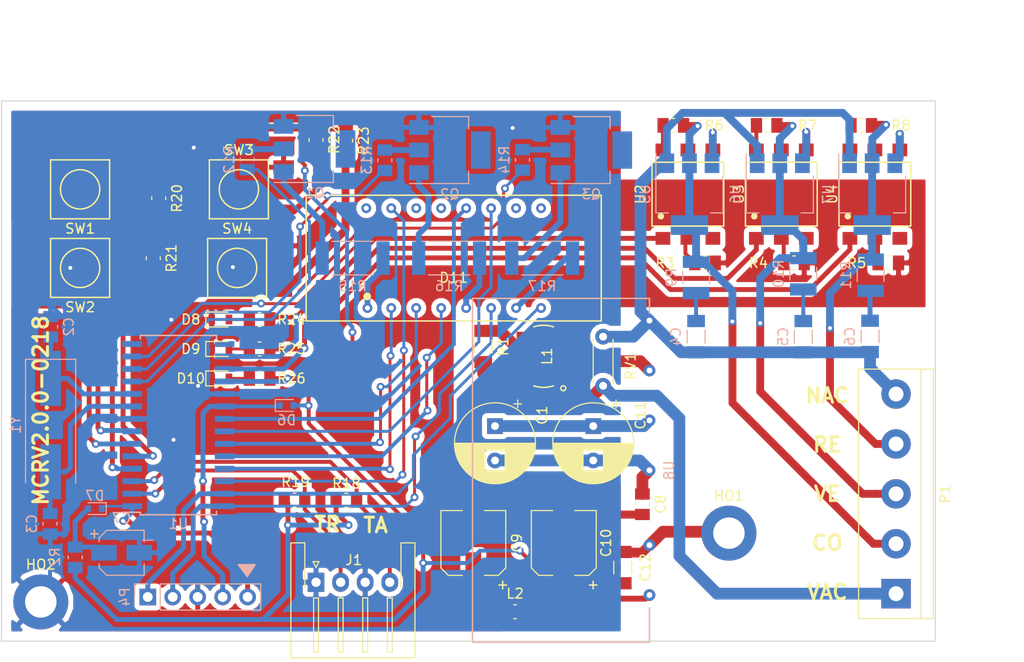
<source format=kicad_pcb>
(kicad_pcb (version 20171130) (host pcbnew no-vcs-found-104b606~61~ubuntu16.04.1)
  (layers (0 F.Cu signal) (31 B.Cu signal) (34 B.Paste user) (35 F.Paste user hide) (36 B.SilkS user) (37 F.SilkS user) (38 B.Mask user) (39 F.Mask user) (44 Edge.Cuts user))
  (net 0 "")
  (net 1 GND)
  (net 2 "Net-(D8-Pad2)")
  (net 3 "Net-(D9-Pad2)")
  (net 4 "Net-(D10-Pad2)")
  (net 5 "/Cerebro/7 SEGMENTOS/E")
  (net 6 "/Cerebro/7 SEGMENTOS/C")
  (net 7 "/Cerebro/7 SEGMENTOS/D")
  (net 8 PGD)
  (net 9 PGC)
  (net 10 "/Cerebro/7 SEGMENTOS/B")
  (net 11 "/Cerebro/7 SEGMENTOS/A")
  (net 12 "/Cerebro/7 SEGMENTOS/F")
  (net 13 "/Cerebro/Acond NTC/T_A")
  (net 14 "/Cerebro/Acond NTC/T_R")
  (net 15 VDDP)
  (net 16 VPP)
  (net 17 "Net-(Q1-Pad2)")
  (net 18 "Net-(Q2-Pad2)")
  (net 19 "Net-(Q3-Pad2)")
  (net 20 VDD)
  (net 21 "Net-(R3-Pad1)")
  (net 22 "Net-(R4-Pad1)")
  (net 23 "Net-(R5-Pad1)")
  (net 24 CO)
  (net 25 "Net-(R6-Pad2)")
  (net 26 VE)
  (net 27 "Net-(R7-Pad2)")
  (net 28 RE)
  (net 29 "Net-(R8-Pad2)")
  (net 30 "/Cerebro/7 SEGMENTOS/E1")
  (net 31 "/Cerebro/7 SEGMENTOS/E2")
  (net 32 "/Cerebro/7 SEGMENTOS/E3")
  (net 33 /Cerebro/Botones/+)
  (net 34 /Cerebro/Botones/-)
  (net 35 /Cerebro/Botones/P)
  (net 36 /Cerebro/Botones/S)
  (net 37 "/Cerebro/Salida de potencia/Compresor")
  (net 38 "/Cerebro/Salida de potencia/Ventilador")
  (net 39 "/Cerebro/Salida de potencia/Resistencia")
  (net 40 "Net-(U2-Pad4)")
  (net 41 "Net-(U3-Pad4)")
  (net 42 "Net-(U4-Pad4)")
  (net 43 Nac)
  (net 44 "Net-(C4-Pad1)")
  (net 45 "Net-(C5-Pad1)")
  (net 46 "Net-(C6-Pad1)")
  (net 47 "Net-(C7-Pad1)")
  (net 48 K2)
  (net 49 K1)
  (net 50 "Net-(D11-Pad1)")
  (net 51 "Net-(D11-Pad5)")
  (net 52 "Net-(D11-Pad7)")
  (net 53 "Net-(Q1-Pad1)")
  (net 54 "Net-(Q2-Pad1)")
  (net 55 "Net-(Q3-Pad1)")
  (net 56 "Net-(C1-Pad2)")
  (net 57 Vac)
  (net 58 "Net-(C1-Pad1)")
  (net 59 "Net-(L1-Pad2)")
  (net 60 "Net-(L1-Pad1)")
  (net 61 /Fuente/VO)
  (module Capacitor_THT:CP_Radial_D8.0mm_P3.50mm (layer F.Cu) (at 145.2 113.1 270)
    (fp_text reference C1 (at -1.1 -4.8 270) (layer F.SilkS))
    (fp_text value 4,7uF)
    (pad 1 thru_hole rect (at 0 0 270) (size 1.6 1.6) (drill 0.8) (layers *.Cu *.Mask) (net 58 "Net-(C1-Pad1)"))
    (pad 2 thru_hole circle (at 3.5 0 270) (size 1.6 1.6) (drill 0.8) (layers *.Cu *.Mask) (net 56 "Net-(C1-Pad2)"))
  )
  (module Capacitor_SMD:C_0805_2012Metric_Pad1.15x1.50mm_HandSolder (layer B.Cu) (at 100 103 90)
    (fp_text reference C2 (at 0 1.85 90) (layer B.SilkS) (effects (justify mirror)))
    (fp_text value 33pf)
    (pad 1 smd rect (at -1.0425 0 90) (size 1.145 1.5) (layers B.Cu B.Paste B.Mask) (net 49 K1))
    (pad 2 smd rect (at 1.0425 0 90) (size 1.145 1.5) (layers B.Cu B.Paste B.Mask) (net 1 GND))
  )
  (module Capacitor_SMD:C_0805_2012Metric_Pad1.15x1.50mm_HandSolder (layer B.Cu) (at 99.94 123.0425 270)
    (fp_text reference C3 (at 0 1.85 270) (layer B.SilkS) (effects (justify mirror)))
    (fp_text value 33pf)
    (pad 2 smd rect (at 1.0425 0 270) (size 1.145 1.5) (layers B.Cu B.Paste B.Mask) (net 1 GND))
    (pad 1 smd rect (at -1.0425 0 270) (size 1.145 1.5) (layers B.Cu B.Paste B.Mask) (net 48 K2))
  )
  (module Capacitor_SMD:C_0805_2012Metric_Pad1.15x1.50mm_HandSolder (layer F.Cu) (at 160.2 121.0575 270)
    (fp_text reference C8 (at 0 -1.85 270) (layer F.SilkS))
    (fp_text value 1nF)
    (pad 1 smd rect (at -1.0425 0 270) (size 1.145 1.5) (layers F.Cu F.Paste F.Mask) (net 56 "Net-(C1-Pad2)"))
    (pad 2 smd rect (at 1.0425 0 270) (size 1.145 1.5) (layers F.Cu F.Paste F.Mask) (net 1 GND))
  )
  (module Capacitor_SMD:CP_Elec_6.3x7.7 (layer F.Cu) (at 143 125 90)
    (fp_text reference C9 (at 0 4.43 90) (layer F.SilkS))
    (fp_text value 270uF)
    (fp_text user + (at -4.28 2.91 90) (layer F.SilkS))
    (pad 1 smd rect (at -2.7 0 270) (size 3.5 1.6) (layers F.Cu F.Paste F.Mask) (net 61 /Fuente/VO))
    (pad 2 smd rect (at 2.7 0 270) (size 3.5 1.6) (layers F.Cu F.Paste F.Mask) (net 1 GND))
  )
  (module Capacitor_SMD:CP_Elec_6.3x7.7 (layer F.Cu) (at 152.2 125 90)
    (fp_text reference C10 (at 0 4.3 90) (layer F.SilkS))
    (fp_text value 68uF)
    (fp_text user + (at -4.28 2.91 90) (layer F.SilkS))
    (pad 2 smd rect (at 2.7 0 270) (size 3.5 1.6) (layers F.Cu F.Paste F.Mask) (net 1 GND))
    (pad 1 smd rect (at -2.7 0 270) (size 3.5 1.6) (layers F.Cu F.Paste F.Mask) (net 20 VDD))
  )
  (module Capacitor_THT:CP_Radial_D8.0mm_P3.50mm (layer F.Cu) (at 155.2 113.1 270)
    (fp_text reference C11 (at -1.1 -4.8 270) (layer F.SilkS))
    (fp_text value 4,7uF)
    (pad 2 thru_hole circle (at 3.5 0 270) (size 1.6 1.6) (drill 0.8) (layers *.Cu *.Mask) (net 56 "Net-(C1-Pad2)"))
    (pad 1 thru_hole rect (at 0 0 270) (size 1.6 1.6) (drill 0.8) (layers *.Cu *.Mask) (net 58 "Net-(C1-Pad1)"))
  )
  (module Capacitor_SMD:C_1206_3216Metric_Pad1.24x1.80mm_HandSolder (layer F.Cu) (at 158.2 127.5075 90)
    (fp_text reference C12 (at 0.0075 2.3 90) (layer F.SilkS))
    (fp_text value 100nF)
    (pad 1 smd rect (at -1.5925 0 90) (size 1.245 1.8) (layers F.Cu F.Paste F.Mask) (net 20 VDD))
    (pad 2 smd rect (at 1.5925 0 90) (size 1.245 1.8) (layers F.Cu F.Paste F.Mask) (net 1 GND))
  )
  (module LED_SMD:LED_0603_1608Metric_Pad0.67x1.00mm_HandSolder (layer F.Cu) (at 117.26 102.25)
    (fp_text reference D8 (at -3 0) (layer F.SilkS))
    (fp_text value LED)
    (pad 1 smd rect (at -0.875 0) (size 0.67 1) (layers F.Cu F.Paste F.Mask) (net 1 GND))
    (pad 2 smd rect (at 0.875 0) (size 0.67 1) (layers F.Cu F.Paste F.Mask) (net 2 "Net-(D8-Pad2)"))
  )
  (module LED_SMD:LED_0603_1608Metric_Pad0.67x1.00mm_HandSolder (layer F.Cu) (at 117.26 105.25)
    (fp_text reference D9 (at -3 0) (layer F.SilkS))
    (fp_text value LED)
    (pad 2 smd rect (at 0.875 0) (size 0.67 1) (layers F.Cu F.Paste F.Mask) (net 3 "Net-(D9-Pad2)"))
    (pad 1 smd rect (at -0.875 0) (size 0.67 1) (layers F.Cu F.Paste F.Mask) (net 1 GND))
  )
  (module LED_SMD:LED_0603_1608Metric_Pad0.67x1.00mm_HandSolder (layer F.Cu) (at 117.26 108.25)
    (fp_text reference D10 (at -3 0) (layer F.SilkS))
    (fp_text value LED)
    (pad 1 smd rect (at -0.875 0) (size 0.67 1) (layers F.Cu F.Paste F.Mask) (net 1 GND))
    (pad 2 smd rect (at 0.875 0) (size 0.67 1) (layers F.Cu F.Paste F.Mask) (net 4 "Net-(D10-Pad2)"))
  )
  (module Devices_MSS:LTC-4724JR (layer F.Cu) (at 141 96)
    (fp_text reference D11 (at 0 2) (layer F.SilkS))
    (fp_text value LTC-4724JR)
    (pad 1 thru_hole circle (at -8.77 5.08) (size 1 1) (drill 0.5) (layers *.Cu *.Mask) (net 50 "Net-(D11-Pad1)"))
    (pad 2 thru_hole circle (at -6.35 5.08) (size 1 1) (drill 0.5) (layers *.Cu *.Mask) (net 5 "/Cerebro/7 SEGMENTOS/E"))
    (pad 3 thru_hole circle (at -3.81 5.08) (size 1 1) (drill 0.5) (layers *.Cu *.Mask) (net 6 "/Cerebro/7 SEGMENTOS/C"))
    (pad 4 thru_hole circle (at -1.27 5.08) (size 1 1) (drill 0.5) (layers *.Cu *.Mask) (net 7 "/Cerebro/7 SEGMENTOS/D"))
    (pad 5 thru_hole circle (at 1.27 5.08) (size 1 1) (drill 0.5) (layers *.Cu *.Mask) (net 51 "Net-(D11-Pad5)"))
    (pad 6 thru_hole circle (at 3.81 5.08) (size 1 1) (drill 0.5) (layers *.Cu *.Mask) (net 8 PGD))
    (pad 7 thru_hole circle (at 6.35 5.08) (size 1 1) (drill 0.5) (layers *.Cu *.Mask) (net 52 "Net-(D11-Pad7)"))
    (pad 8 thru_hole circle (at 8.89 5.08) (size 1 1) (drill 0.5) (layers *.Cu *.Mask) (net 9 PGC))
    (pad 9 thru_hole circle (at 8.89 -5.08) (size 1 1) (drill 0.5) (layers *.Cu *.Mask))
    (pad 10 thru_hole circle (at 6.35 -5.08) (size 1 1) (drill 0.5) (layers *.Cu *.Mask))
    (pad 11 thru_hole circle (at 3.81 -5.08) (size 1 1) (drill 0.5) (layers *.Cu *.Mask) (net 10 "/Cerebro/7 SEGMENTOS/B"))
    (pad 12 thru_hole circle (at 1.27 -5.08) (size 1 1) (drill 0.5) (layers *.Cu *.Mask) (net 11 "/Cerebro/7 SEGMENTOS/A"))
    (pad 13 thru_hole circle (at -1.27 -5.08) (size 1 1) (drill 0.5) (layers *.Cu *.Mask))
    (pad 14 thru_hole circle (at -3.81 -5.08) (size 1 1) (drill 0.5) (layers *.Cu *.Mask))
    (pad 15 thru_hole circle (at -6.35 -5.08) (size 1 1) (drill 0.5) (layers *.Cu *.Mask) (net 12 "/Cerebro/7 SEGMENTOS/F"))
    (pad 16 thru_hole circle (at -8.89 -5.08) (size 1 1) (drill 0.5) (layers *.Cu *.Mask))
  )
  (module Devices_MSS:SDR0503-XXX (layer F.Cu) (at 150.15 106 90)
    (fp_text reference L1 (at 0 0.35 90) (layer F.SilkS))
    (fp_text value SDR0503-472JL)
    (pad 1 smd rect (at 0 -1.85 90) (size 5 1.8) (layers F.Cu F.Paste F.Mask) (net 60 "Net-(L1-Pad1)"))
    (pad 2 smd rect (at 0 1.85 90) (size 5 1.8) (layers F.Cu F.Paste F.Mask) (net 59 "Net-(L1-Pad2)"))
  )
  (module Inductor_SMD:L_0805_2012Metric_Pad1.15x1.50mm_HandSolder (layer F.Cu) (at 147.2425 132)
    (fp_text reference L2 (at 0 -1.85) (layer F.SilkS))
    (fp_text value 74479776247)
    (pad 1 smd rect (at -1.0425 0) (size 1.145 1.5) (layers F.Cu F.Paste F.Mask) (net 61 /Fuente/VO))
    (pad 2 smd rect (at 1.0425 0) (size 1.145 1.5) (layers F.Cu F.Paste F.Mask) (net 20 VDD))
  )
  (module TerminalBlock:TerminalBlock_bornier-5_P5.08mm (layer F.Cu) (at 186 130.16 90)
    (fp_text reference P1 (at 10.15 5 90) (layer F.SilkS))
    (fp_text value "POWER I/O")
    (pad 2 thru_hole circle (at 5.08 0 90) (size 3 3) (drill 1.52) (layers *.Cu *.Mask) (net 24 CO))
    (pad 3 thru_hole circle (at 10.16 0 90) (size 3 3) (drill 1.52) (layers *.Cu *.Mask) (net 26 VE))
    (pad 1 thru_hole rect (at 0 0 90) (size 3 3) (drill 1.52) (layers *.Cu *.Mask) (net 57 Vac))
    (pad 4 thru_hole circle (at 15.24 0 90) (size 3 3) (drill 1.52) (layers *.Cu *.Mask) (net 28 RE))
    (pad 5 thru_hole circle (at 20.32 0 90) (size 3 3) (drill 1.52) (layers *.Cu *.Mask) (net 43 Nac))
  )
  (module Package_TO_SOT_SMD:SOT-223 (layer B.Cu) (at 126.85 84.89)
    (fp_text reference Q1 (at 0 4.5) (layer B.SilkS) (effects (justify mirror)))
    (fp_text value FZT493TA)
    (pad 4 smd rect (at 3.15 0) (size 2 3.8) (layers B.Cu B.Paste B.Mask))
    (pad 2 smd rect (at -3.15 0) (size 2 1.5) (layers B.Cu B.Paste B.Mask) (net 17 "Net-(Q1-Pad2)"))
    (pad 3 smd rect (at -3.15 -2.3) (size 2 1.5) (layers B.Cu B.Paste B.Mask) (net 1 GND))
    (pad 1 smd rect (at -3.15 2.3) (size 2 1.5) (layers B.Cu B.Paste B.Mask) (net 53 "Net-(Q1-Pad1)"))
  )
  (module Package_TO_SOT_SMD:SOT-223 (layer B.Cu) (at 140.61 85)
    (fp_text reference Q2 (at 0 4.5) (layer B.SilkS) (effects (justify mirror)))
    (fp_text value FZT493TA)
    (pad 1 smd rect (at -3.15 2.3) (size 2 1.5) (layers B.Cu B.Paste B.Mask) (net 54 "Net-(Q2-Pad1)"))
    (pad 3 smd rect (at -3.15 -2.3) (size 2 1.5) (layers B.Cu B.Paste B.Mask) (net 1 GND))
    (pad 2 smd rect (at -3.15 0) (size 2 1.5) (layers B.Cu B.Paste B.Mask) (net 18 "Net-(Q2-Pad2)"))
    (pad 4 smd rect (at 3.15 0) (size 2 3.8) (layers B.Cu B.Paste B.Mask))
  )
  (module Package_TO_SOT_SMD:SOT-223 (layer B.Cu) (at 155 85)
    (fp_text reference Q3 (at 0 4.5) (layer B.SilkS) (effects (justify mirror)))
    (fp_text value FZT493TA)
    (pad 4 smd rect (at 3.15 0) (size 2 3.8) (layers B.Cu B.Paste B.Mask))
    (pad 2 smd rect (at -3.15 0) (size 2 1.5) (layers B.Cu B.Paste B.Mask) (net 19 "Net-(Q3-Pad2)"))
    (pad 3 smd rect (at -3.15 -2.3) (size 2 1.5) (layers B.Cu B.Paste B.Mask) (net 1 GND))
    (pad 1 smd rect (at -3.15 2.3) (size 2 1.5) (layers B.Cu B.Paste B.Mask) (net 55 "Net-(Q3-Pad1)"))
  )
  (module Resistor_SMD:R_1206_3216Metric_Pad1.24x1.80mm_HandSolder (layer F.Cu) (at 144 105 270)
    (fp_text reference R1 (at 0 -2.05 270) (layer F.SilkS))
    (fp_text value 300k)
    (pad 1 smd rect (at -1.5925 0 270) (size 1.245 1.8) (layers F.Cu F.Paste F.Mask) (net 60 "Net-(L1-Pad1)"))
    (pad 2 smd rect (at 1.5925 0 270) (size 1.245 1.8) (layers F.Cu F.Paste F.Mask) (net 57 Vac))
  )
  (module Resistor_SMD:R_0805_2012Metric_Pad1.15x1.50mm_HandSolder (layer B.Cu) (at 102.5 126.4575 90)
    (fp_text reference R2 (at 0.0325 -2.06 90) (layer B.SilkS) (effects (justify mirror)))
    (fp_text value 10k)
    (pad 2 smd rect (at 1.0425 0 90) (size 1.145 1.5) (layers B.Cu B.Paste B.Mask) (net 47 "Net-(C7-Pad1)"))
    (pad 1 smd rect (at -1.0425 0 90) (size 1.145 1.5) (layers B.Cu B.Paste B.Mask) (net 20 VDD))
  )
  (module Resistor_SMD:R_0805_2012Metric_Pad1.15x1.50mm_HandSolder (layer F.Cu) (at 166.57 96.49)
    (fp_text reference R3 (at -4.07 0.01) (layer F.SilkS))
    (fp_text value 330)
    (pad 2 smd rect (at 1.0425 0) (size 1.145 1.5) (layers F.Cu F.Paste F.Mask) (net 1 GND))
    (pad 1 smd rect (at -1.0425 0) (size 1.145 1.5) (layers F.Cu F.Paste F.Mask) (net 21 "Net-(R3-Pad1)"))
  )
  (module Resistor_SMD:R_0805_2012Metric_Pad1.15x1.50mm_HandSolder (layer F.Cu) (at 175.62 96.49)
    (fp_text reference R4 (at -3.62 0.01) (layer F.SilkS))
    (fp_text value 330)
    (pad 1 smd rect (at -1.0425 0) (size 1.145 1.5) (layers F.Cu F.Paste F.Mask) (net 22 "Net-(R4-Pad1)"))
    (pad 2 smd rect (at 1.0425 0) (size 1.145 1.5) (layers F.Cu F.Paste F.Mask) (net 1 GND))
  )
  (module Resistor_SMD:R_0805_2012Metric_Pad1.15x1.50mm_HandSolder (layer F.Cu) (at 185.21 96.49)
    (fp_text reference R5 (at -3.21 0.01) (layer F.SilkS))
    (fp_text value 330)
    (pad 1 smd rect (at -1.0425 0) (size 1.145 1.5) (layers F.Cu F.Paste F.Mask) (net 23 "Net-(R5-Pad1)"))
    (pad 2 smd rect (at 1.0425 0) (size 1.145 1.5) (layers F.Cu F.Paste F.Mask) (net 1 GND))
  )
  (module Resistor_SMD:R_0805_2012Metric_Pad1.15x1.50mm_HandSolder (layer F.Cu) (at 163.3425 82.49 180)
    (fp_text reference R6 (at -4.1575 -0.01 180) (layer F.SilkS))
    (fp_text value 330)
    (pad 1 smd rect (at -1.0425 0 180) (size 1.145 1.5) (layers F.Cu F.Paste F.Mask) (net 24 CO))
    (pad 2 smd rect (at 1.0425 0 180) (size 1.145 1.5) (layers F.Cu F.Paste F.Mask) (net 25 "Net-(R6-Pad2)"))
  )
  (module Resistor_SMD:R_0805_2012Metric_Pad1.15x1.50mm_HandSolder (layer F.Cu) (at 172.8425 82.49 180)
    (fp_text reference R7 (at -4.1575 -0.01 180) (layer F.SilkS))
    (fp_text value 330)
    (pad 2 smd rect (at 1.0425 0 180) (size 1.145 1.5) (layers F.Cu F.Paste F.Mask) (net 27 "Net-(R7-Pad2)"))
    (pad 1 smd rect (at -1.0425 0 180) (size 1.145 1.5) (layers F.Cu F.Paste F.Mask) (net 26 VE))
  )
  (module Resistor_SMD:R_0805_2012Metric_Pad1.15x1.50mm_HandSolder (layer F.Cu) (at 182.4625 82.49 180)
    (fp_text reference R8 (at -4.0375 -0.01 180) (layer F.SilkS))
    (fp_text value 330)
    (pad 1 smd rect (at -1.0425 0 180) (size 1.145 1.5) (layers F.Cu F.Paste F.Mask) (net 28 RE))
    (pad 2 smd rect (at 1.0425 0 180) (size 1.145 1.5) (layers F.Cu F.Paste F.Mask) (net 29 "Net-(R8-Pad2)"))
  )
  (module Resistor_SMD:R_1210_3225Metric_Pad1.24x2.70mm_HandSolder (layer B.Cu) (at 165.658475 97.973566 270)
    (fp_text reference R9 (at 0 2.5 270) (layer B.SilkS) (effects (justify mirror)))
    (fp_text value 100)
    (pad 1 smd rect (at -1.5925 0 270) (size 1.245 2.7) (layers B.Cu B.Paste B.Mask) (net 24 CO))
    (pad 2 smd rect (at 1.5925 0 270) (size 1.245 2.7) (layers B.Cu B.Paste B.Mask) (net 44 "Net-(C4-Pad1)"))
  )
  (module Resistor_SMD:R_1210_3225Metric_Pad1.24x2.70mm_HandSolder (layer B.Cu) (at 176.565199 97.595802 270)
    (fp_text reference R10 (at 0 2.5 270) (layer B.SilkS) (effects (justify mirror)))
    (fp_text value 100)
    (pad 2 smd rect (at 1.5925 0 270) (size 1.245 2.7) (layers B.Cu B.Paste B.Mask) (net 45 "Net-(C5-Pad1)"))
    (pad 1 smd rect (at -1.5925 0 270) (size 1.245 2.7) (layers B.Cu B.Paste B.Mask) (net 26 VE))
  )
  (module Resistor_SMD:R_1210_3225Metric_Pad1.24x2.70mm_HandSolder (layer B.Cu) (at 183.410612 97.741349 270)
    (fp_text reference R11 (at 0 2.5 270) (layer B.SilkS) (effects (justify mirror)))
    (fp_text value 100)
    (pad 1 smd rect (at -1.5925 0 270) (size 1.245 2.7) (layers B.Cu B.Paste B.Mask) (net 28 RE))
    (pad 2 smd rect (at 1.5925 0 270) (size 1.245 2.7) (layers B.Cu B.Paste B.Mask) (net 46 "Net-(C6-Pad1)"))
  )
  (module Resistor_SMD:R_0805_2012Metric_Pad1.15x1.50mm_HandSolder (layer B.Cu) (at 120 85.9575 270)
    (fp_text reference R12 (at 0 1.85 270) (layer B.SilkS) (effects (justify mirror)))
    (fp_text value 2.7k)
    (pad 2 smd rect (at 1.0425 0 270) (size 1.145 1.5) (layers B.Cu B.Paste B.Mask) (net 30 "/Cerebro/7 SEGMENTOS/E1"))
    (pad 1 smd rect (at -1.0425 0 270) (size 1.145 1.5) (layers B.Cu B.Paste B.Mask) (net 17 "Net-(Q1-Pad2)"))
  )
  (module Resistor_SMD:R_0805_2012Metric_Pad1.15x1.50mm_HandSolder (layer B.Cu) (at 134 86.0425 270)
    (fp_text reference R13 (at 0 1.85 270) (layer B.SilkS) (effects (justify mirror)))
    (fp_text value 2.7k)
    (pad 1 smd rect (at -1.0425 0 270) (size 1.145 1.5) (layers B.Cu B.Paste B.Mask) (net 18 "Net-(Q2-Pad2)"))
    (pad 2 smd rect (at 1.0425 0 270) (size 1.145 1.5) (layers B.Cu B.Paste B.Mask) (net 31 "/Cerebro/7 SEGMENTOS/E2"))
  )
  (module Resistor_SMD:R_0805_2012Metric_Pad1.15x1.50mm_HandSolder (layer B.Cu) (at 148 86 270)
    (fp_text reference R14 (at 0 1.85 270) (layer B.SilkS) (effects (justify mirror)))
    (fp_text value 2.7k)
    (pad 2 smd rect (at 1.0425 0 270) (size 1.145 1.5) (layers B.Cu B.Paste B.Mask) (net 32 "/Cerebro/7 SEGMENTOS/E3"))
    (pad 1 smd rect (at -1.0425 0 270) (size 1.145 1.5) (layers B.Cu B.Paste B.Mask) (net 19 "Net-(Q3-Pad2)"))
  )
  (module Resistor_SMD:R_2512_6332Metric_Pad1.34x3.40mm_HandSolder (layer B.Cu) (at 130.72 96)
    (fp_text reference R15 (at 0 2.85) (layer B.SilkS) (effects (justify mirror)))
    (fp_text value 22)
    (pad 1 smd rect (at -3.0925 0) (size 1.345 3.4) (layers B.Cu B.Paste B.Mask) (net 53 "Net-(Q1-Pad1)"))
    (pad 2 smd rect (at 3.0925 0) (size 1.345 3.4) (layers B.Cu B.Paste B.Mask) (net 50 "Net-(D11-Pad1)"))
  )
  (module Resistor_SMD:R_2512_6332Metric_Pad1.34x3.40mm_HandSolder (layer B.Cu) (at 140.54 96)
    (fp_text reference R16 (at 0 2.85) (layer B.SilkS) (effects (justify mirror)))
    (fp_text value 22)
    (pad 2 smd rect (at 3.0925 0) (size 1.345 3.4) (layers B.Cu B.Paste B.Mask) (net 51 "Net-(D11-Pad5)"))
    (pad 1 smd rect (at -3.0925 0) (size 1.345 3.4) (layers B.Cu B.Paste B.Mask) (net 54 "Net-(Q2-Pad1)"))
  )
  (module Resistor_SMD:R_2512_6332Metric_Pad1.34x3.40mm_HandSolder (layer B.Cu) (at 150 96)
    (fp_text reference R17 (at 0 2.85) (layer B.SilkS) (effects (justify mirror)))
    (fp_text value 22)
    (pad 1 smd rect (at -3.0925 0) (size 1.345 3.4) (layers B.Cu B.Paste B.Mask) (net 55 "Net-(Q3-Pad1)"))
    (pad 2 smd rect (at 3.0925 0) (size 1.345 3.4) (layers B.Cu B.Paste B.Mask) (net 52 "Net-(D11-Pad7)"))
  )
  (module Resistor_SMD:R_0805_2012Metric_Pad1.15x1.50mm_HandSolder (layer F.Cu) (at 130.0825 120.66)
    (fp_text reference R18 (at 0.0075 -1.71) (layer F.SilkS))
    (fp_text value 20k)
    (pad 1 smd rect (at -1.0425 0) (size 1.145 1.5) (layers F.Cu F.Paste F.Mask) (net 20 VDD))
    (pad 2 smd rect (at 1.0425 0) (size 1.145 1.5) (layers F.Cu F.Paste F.Mask) (net 13 "/Cerebro/Acond NTC/T_A"))
  )
  (module Resistor_SMD:R_0805_2012Metric_Pad1.15x1.50mm_HandSolder (layer F.Cu) (at 124.81 120.64)
    (fp_text reference R19 (at 0.1 -1.86) (layer F.SilkS))
    (fp_text value 20k)
    (pad 2 smd rect (at 1.0425 0) (size 1.145 1.5) (layers F.Cu F.Paste F.Mask) (net 14 "/Cerebro/Acond NTC/T_R"))
    (pad 1 smd rect (at -1.0425 0) (size 1.145 1.5) (layers F.Cu F.Paste F.Mask) (net 20 VDD))
  )
  (module Resistor_SMD:R_0805_2012Metric_Pad1.15x1.50mm_HandSolder (layer F.Cu) (at 111 89.91 270)
    (fp_text reference R20 (at 0 -1.85 270) (layer F.SilkS))
    (fp_text value 10k)
    (pad 1 smd rect (at -1.0425 0 270) (size 1.145 1.5) (layers F.Cu F.Paste F.Mask) (net 20 VDD))
    (pad 2 smd rect (at 1.0425 0 270) (size 1.145 1.5) (layers F.Cu F.Paste F.Mask) (net 33 /Cerebro/Botones/+))
  )
  (module Resistor_SMD:R_0805_2012Metric_Pad1.15x1.50mm_HandSolder (layer F.Cu) (at 110.44 96.01 270)
    (fp_text reference R21 (at 0 -1.85 270) (layer F.SilkS))
    (fp_text value 10k)
    (pad 2 smd rect (at 1.0425 0 270) (size 1.145 1.5) (layers F.Cu F.Paste F.Mask) (net 34 /Cerebro/Botones/-))
    (pad 1 smd rect (at -1.0425 0 270) (size 1.145 1.5) (layers F.Cu F.Paste F.Mask) (net 20 VDD))
  )
  (module Resistor_SMD:R_0805_2012Metric_Pad1.15x1.50mm_HandSolder (layer F.Cu) (at 127 83.9575 270)
    (fp_text reference R22 (at 0 -1.85 270) (layer F.SilkS))
    (fp_text value 10k)
    (pad 2 smd rect (at 1.0425 0 270) (size 1.145 1.5) (layers F.Cu F.Paste F.Mask) (net 35 /Cerebro/Botones/P))
    (pad 1 smd rect (at -1.0425 0 270) (size 1.145 1.5) (layers F.Cu F.Paste F.Mask) (net 20 VDD))
  )
  (module Resistor_SMD:R_0805_2012Metric_Pad1.15x1.50mm_HandSolder (layer F.Cu) (at 130 84.0425 270)
    (fp_text reference R23 (at 0 -1.85 270) (layer F.SilkS))
    (fp_text value 10k)
    (pad 1 smd rect (at -1.0425 0 270) (size 1.145 1.5) (layers F.Cu F.Paste F.Mask) (net 20 VDD))
    (pad 2 smd rect (at 1.0425 0 270) (size 1.145 1.5) (layers F.Cu F.Paste F.Mask) (net 36 /Cerebro/Botones/S))
  )
  (module Resistor_SMD:R_0805_2012Metric_Pad1.15x1.50mm_HandSolder (layer F.Cu) (at 121.26 102.25 180)
    (fp_text reference R24 (at -3.24 0 180) (layer F.SilkS))
    (fp_text value 220)
    (pad 1 smd rect (at -1.0425 0 180) (size 1.145 1.5) (layers F.Cu F.Paste F.Mask) (net 37 "/Cerebro/Salida de potencia/Compresor"))
    (pad 2 smd rect (at 1.0425 0 180) (size 1.145 1.5) (layers F.Cu F.Paste F.Mask) (net 2 "Net-(D8-Pad2)"))
  )
  (module Resistor_SMD:R_0805_2012Metric_Pad1.15x1.50mm_HandSolder (layer F.Cu) (at 121.26 105.25 180)
    (fp_text reference R25 (at -3.24 0 180) (layer F.SilkS))
    (fp_text value 220)
    (pad 2 smd rect (at 1.0425 0 180) (size 1.145 1.5) (layers F.Cu F.Paste F.Mask) (net 3 "Net-(D9-Pad2)"))
    (pad 1 smd rect (at -1.0425 0 180) (size 1.145 1.5) (layers F.Cu F.Paste F.Mask) (net 38 "/Cerebro/Salida de potencia/Ventilador"))
  )
  (module Resistor_SMD:R_0805_2012Metric_Pad1.15x1.50mm_HandSolder (layer F.Cu) (at 121.26 108.25 180)
    (fp_text reference R26 (at -3.24 0 180) (layer F.SilkS))
    (fp_text value 220)
    (pad 1 smd rect (at -1.0425 0 180) (size 1.145 1.5) (layers F.Cu F.Paste F.Mask) (net 39 "/Cerebro/Salida de potencia/Resistencia"))
    (pad 2 smd rect (at 1.0425 0 180) (size 1.145 1.5) (layers F.Cu F.Paste F.Mask) (net 4 "Net-(D10-Pad2)"))
  )
  (module Capacitor_THT:C_Disc_D4.3mm_W1.9mm_P5.00mm (layer F.Cu) (at 156.2 109 90)
    (fp_text reference RV1 (at 2 2.8 90) (layer F.SilkS))
    (fp_text value B72214S0351K101)
    (pad 1 thru_hole circle (at 0 0 90) (size 1.6 1.6) (drill 0.8) (layers *.Cu *.Mask) (net 57 Vac))
    (pad 2 thru_hole circle (at 5 0 90) (size 1.6 1.6) (drill 0.8) (layers *.Cu *.Mask) (net 43 Nac))
  )
  (module Package_SOIC:SOIC-28W_7.5x17.9mm_P1.27mm (layer B.Cu) (at 113 113)
    (fp_text reference U1 (at 0 10.05) (layer B.SilkS) (effects (justify mirror)))
    (fp_text value PIC18F2550-ISO)
    (pad 1 smd rect (at -4.7 8.255) (size 2 0.6) (layers B.Cu B.Paste B.Mask) (net 16 VPP))
    (pad 2 smd rect (at -4.7 6.985) (size 2 0.6) (layers B.Cu B.Paste B.Mask) (net 14 "/Cerebro/Acond NTC/T_R"))
    (pad 3 smd rect (at -4.7 5.715) (size 2 0.6) (layers B.Cu B.Paste B.Mask) (net 13 "/Cerebro/Acond NTC/T_A"))
    (pad 4 smd rect (at -4.7 4.445) (size 2 0.6) (layers B.Cu B.Paste B.Mask) (net 35 /Cerebro/Botones/P))
    (pad 5 smd rect (at -4.7 3.175) (size 2 0.6) (layers B.Cu B.Paste B.Mask) (net 36 /Cerebro/Botones/S))
    (pad 6 smd rect (at -4.7 1.905) (size 2 0.6) (layers B.Cu B.Paste B.Mask) (net 33 /Cerebro/Botones/+))
    (pad 7 smd rect (at -4.7 0.635) (size 2 0.6) (layers B.Cu B.Paste B.Mask) (net 34 /Cerebro/Botones/-))
    (pad 8 smd rect (at -4.7 -0.635) (size 2 0.6) (layers B.Cu B.Paste B.Mask) (net 1 GND))
    (pad 9 smd rect (at -4.7 -1.905) (size 2 0.6) (layers B.Cu B.Paste B.Mask) (net 48 K2))
    (pad 10 smd rect (at -4.7 -3.175) (size 2 0.6) (layers B.Cu B.Paste B.Mask) (net 49 K1))
    (pad 11 smd rect (at -4.7 -4.445) (size 2 0.6) (layers B.Cu B.Paste B.Mask) (net 30 "/Cerebro/7 SEGMENTOS/E1"))
    (pad 12 smd rect (at -4.7 -5.715) (size 2 0.6) (layers B.Cu B.Paste B.Mask) (net 31 "/Cerebro/7 SEGMENTOS/E2"))
    (pad 13 smd rect (at -4.7 -6.985) (size 2 0.6) (layers B.Cu B.Paste B.Mask) (net 32 "/Cerebro/7 SEGMENTOS/E3"))
    (pad 14 smd rect (at -4.7 -8.255) (size 2 0.6) (layers B.Cu B.Paste B.Mask))
    (pad 15 smd rect (at 4.7 -8.255) (size 2 0.6) (layers B.Cu B.Paste B.Mask))
    (pad 16 smd rect (at 4.7 -6.985) (size 2 0.6) (layers B.Cu B.Paste B.Mask) (net 37 "/Cerebro/Salida de potencia/Compresor"))
    (pad 17 smd rect (at 4.7 -5.715) (size 2 0.6) (layers B.Cu B.Paste B.Mask) (net 38 "/Cerebro/Salida de potencia/Ventilador"))
    (pad 18 smd rect (at 4.7 -4.445) (size 2 0.6) (layers B.Cu B.Paste B.Mask) (net 39 "/Cerebro/Salida de potencia/Resistencia"))
    (pad 19 smd rect (at 4.7 -3.175) (size 2 0.6) (layers B.Cu B.Paste B.Mask) (net 1 GND))
    (pad 20 smd rect (at 4.7 -1.905) (size 2 0.6) (layers B.Cu B.Paste B.Mask) (net 15 VDDP))
    (pad 21 smd rect (at 4.7 -0.635) (size 2 0.6) (layers B.Cu B.Paste B.Mask) (net 11 "/Cerebro/7 SEGMENTOS/A"))
    (pad 22 smd rect (at 4.7 0.635) (size 2 0.6) (layers B.Cu B.Paste B.Mask) (net 10 "/Cerebro/7 SEGMENTOS/B"))
    (pad 23 smd rect (at 4.7 1.905) (size 2 0.6) (layers B.Cu B.Paste B.Mask) (net 6 "/Cerebro/7 SEGMENTOS/C"))
    (pad 24 smd rect (at 4.7 3.175) (size 2 0.6) (layers B.Cu B.Paste B.Mask) (net 7 "/Cerebro/7 SEGMENTOS/D"))
    (pad 25 smd rect (at 4.7 4.445) (size 2 0.6) (layers B.Cu B.Paste B.Mask) (net 5 "/Cerebro/7 SEGMENTOS/E"))
    (pad 26 smd rect (at 4.7 5.715) (size 2 0.6) (layers B.Cu B.Paste B.Mask) (net 12 "/Cerebro/7 SEGMENTOS/F"))
    (pad 27 smd rect (at 4.7 6.985) (size 2 0.6) (layers B.Cu B.Paste B.Mask) (net 9 PGC))
    (pad 28 smd rect (at 4.7 8.255) (size 2 0.6) (layers B.Cu B.Paste B.Mask) (net 8 PGD))
  )
  (module Devices_MSS:SOT-223-Z01 (layer B.Cu) (at 164.982 89.49 270)
    (fp_text reference U5 (at 0 4.5 270) (layer B.SilkS) (effects (justify mirror)))
    (fp_text value "Z0103MN 5AA4")
    (pad 2 smd rect (at 3.15 0 270) (size 2 3.8) (layers B.Cu B.Paste B.Mask) (net 24 CO))
    (pad 2 smd rect (at -3.15 0 270) (size 2 1.5) (layers B.Cu B.Paste B.Mask) (net 24 CO))
    (pad 3 smd rect (at -3.15 -2.3 270) (size 2 1.5) (layers B.Cu B.Paste B.Mask) (net 40 "Net-(U2-Pad4)"))
    (pad 1 smd rect (at -3.15 2.3 270) (size 2 1.5) (layers B.Cu B.Paste B.Mask) (net 43 Nac))
  )
  (module Devices_MSS:SOT-223-Z01 (layer B.Cu) (at 174.174 89.49 270)
    (fp_text reference U6 (at 0 4.5 270) (layer B.SilkS) (effects (justify mirror)))
    (fp_text value "Z0103MN 5AA4")
    (pad 1 smd rect (at -3.15 2.3 270) (size 2 1.5) (layers B.Cu B.Paste B.Mask) (net 43 Nac))
    (pad 3 smd rect (at -3.15 -2.3 270) (size 2 1.5) (layers B.Cu B.Paste B.Mask) (net 41 "Net-(U3-Pad4)"))
    (pad 2 smd rect (at -3.15 0 270) (size 2 1.5) (layers B.Cu B.Paste B.Mask) (net 26 VE))
    (pad 2 smd rect (at 3.15 0 270) (size 2 3.8) (layers B.Cu B.Paste B.Mask) (net 26 VE))
  )
  (module Devices_MSS:SOT-223-Z01 (layer B.Cu) (at 183.57 89.49 270)
    (fp_text reference U7 (at 0 4.5 270) (layer B.SilkS) (effects (justify mirror)))
    (fp_text value "Z0103MN 5AA4")
    (pad 2 smd rect (at 3.15 0 270) (size 2 3.8) (layers B.Cu B.Paste B.Mask) (net 28 RE))
    (pad 2 smd rect (at -3.15 0 270) (size 2 1.5) (layers B.Cu B.Paste B.Mask) (net 28 RE))
    (pad 3 smd rect (at -3.15 -2.3 270) (size 2 1.5) (layers B.Cu B.Paste B.Mask) (net 42 "Net-(U4-Pad4)"))
    (pad 1 smd rect (at -3.15 2.3 270) (size 2 1.5) (layers B.Cu B.Paste B.Mask) (net 43 Nac))
  )
  (module Devices_MSS:PBO-3-S5 (layer B.Cu) (at 160.916024 117.602123 270)
    (fp_text reference U8 (at 0 -2 270) (layer B.SilkS) (effects (justify mirror)))
    (fp_text value PBO-3-S5)
    (pad 1 thru_hole circle (at -15.24 0 270) (size 1.2 1.2) (drill 0.6) (layers *.Cu *.Mask) (net 43 Nac))
    (pad 3 thru_hole circle (at -10.16 0 270) (size 1.2 1.2) (drill 0.6) (layers *.Cu *.Mask) (net 59 "Net-(L1-Pad2)"))
    (pad 5 thru_hole circle (at -5.08 0 270) (size 1.2 1.2) (drill 0.6) (layers *.Cu *.Mask) (net 58 "Net-(C1-Pad1)"))
    (pad 7 thru_hole circle (at 0 0 270) (size 1.2 1.2) (drill 0.6) (layers *.Cu *.Mask) (net 56 "Net-(C1-Pad2)"))
    (pad 10 thru_hole circle (at 7.62 0 270) (size 1.2 1.2) (drill 0.6) (layers *.Cu *.Mask) (net 1 GND))
    (pad 12 thru_hole circle (at 12.7 0 270) (size 1.2 1.2) (drill 0.6) (layers *.Cu *.Mask) (net 61 /Fuente/VO))
  )
  (module Devices_MSS:Crystal_SMD_ABLS_HC49-SD (layer B.Cu) (at 100 113 270)
    (fp_text reference Y1 (at 0 3.55 270) (layer B.SilkS) (effects (justify mirror)))
    (fp_text value 20MHZ)
    (pad 1 smd rect (at -4.75 0 270) (size 5.6 2.1) (layers B.Cu B.Paste B.Mask) (net 49 K1))
    (pad 2 smd rect (at 4.75 0 270) (size 5.6 2.1) (layers B.Cu B.Paste B.Mask) (net 48 K2))
  )
  (module Diode_SMD:D_SOD-523 (layer B.Cu) (at 124 111)
    (fp_text reference D6 (at 0 1.5) (layer B.SilkS) (effects (justify mirror)))
    (fp_text value 1N4148X-TP)
    (pad 2 smd rect (at 0.7 0 180) (size 0.6 0.7) (layers B.Cu B.Paste B.Mask) (net 20 VDD))
    (pad 1 smd rect (at -0.7 0 180) (size 0.6 0.7) (layers B.Cu B.Paste B.Mask) (net 15 VDDP))
  )
  (module Diode_SMD:D_SOD-523 (layer B.Cu) (at 104.5 121.5 180)
    (fp_text reference D7 (at 0 1.3 180) (layer B.SilkS) (effects (justify mirror)))
    (fp_text value 1N4148X-TP)
    (pad 1 smd rect (at -0.7 0) (size 0.6 0.7) (layers B.Cu B.Paste B.Mask) (net 16 VPP))
    (pad 2 smd rect (at 0.7 0) (size 0.6 0.7) (layers B.Cu B.Paste B.Mask) (net 47 "Net-(C7-Pad1)"))
  )
  (module Devices_MSS:MOC306X (layer F.Cu) (at 164.825952 89.49)
    (fp_text reference U2 (at -4.825952 0.01 90) (layer F.SilkS))
    (fp_text value MOC3063S-TA1)
    (pad 1 smd rect (at -2.54 4.5) (size 1.5 1.3) (layers F.Cu F.Paste F.Mask) (net 37 "/Cerebro/Salida de potencia/Compresor"))
    (pad 2 smd rect (at 0 4.5) (size 1.5 1.3) (layers F.Cu F.Paste F.Mask) (net 21 "Net-(R3-Pad1)"))
    (pad 3 smd rect (at 2.54 4.5) (size 1.5 1.3) (layers F.Cu F.Paste F.Mask))
    (pad 4 smd rect (at 2.54 -4.5) (size 1.5 1.3) (layers F.Cu F.Paste F.Mask) (net 40 "Net-(U2-Pad4)"))
    (pad 5 smd rect (at 0 -4.5) (size 1.5 1.3) (layers F.Cu F.Paste F.Mask))
    (pad 6 smd rect (at -2.54 -4.5) (size 1.5 1.3) (layers F.Cu F.Paste F.Mask) (net 25 "Net-(R6-Pad2)"))
  )
  (module Devices_MSS:MOC306X (layer F.Cu) (at 174.33 89.49)
    (fp_text reference U3 (at -4.33 0.01 90) (layer F.SilkS))
    (fp_text value MOC3063S-TA1)
    (pad 6 smd rect (at -2.54 -4.5) (size 1.5 1.3) (layers F.Cu F.Paste F.Mask) (net 27 "Net-(R7-Pad2)"))
    (pad 5 smd rect (at 0 -4.5) (size 1.5 1.3) (layers F.Cu F.Paste F.Mask))
    (pad 4 smd rect (at 2.54 -4.5) (size 1.5 1.3) (layers F.Cu F.Paste F.Mask) (net 41 "Net-(U3-Pad4)"))
    (pad 3 smd rect (at 2.54 4.5) (size 1.5 1.3) (layers F.Cu F.Paste F.Mask))
    (pad 2 smd rect (at 0 4.5) (size 1.5 1.3) (layers F.Cu F.Paste F.Mask) (net 22 "Net-(R4-Pad1)"))
    (pad 1 smd rect (at -2.54 4.5) (size 1.5 1.3) (layers F.Cu F.Paste F.Mask) (net 38 "/Cerebro/Salida de potencia/Ventilador"))
  )
  (module Devices_MSS:MOC306X (layer F.Cu) (at 183.845952 89.49)
    (fp_text reference U4 (at -4.345952 0.01 90) (layer F.SilkS))
    (fp_text value MOC3063S-TA1)
    (pad 1 smd rect (at -2.54 4.5) (size 1.5 1.3) (layers F.Cu F.Paste F.Mask) (net 39 "/Cerebro/Salida de potencia/Resistencia"))
    (pad 2 smd rect (at 0 4.5) (size 1.5 1.3) (layers F.Cu F.Paste F.Mask) (net 23 "Net-(R5-Pad1)"))
    (pad 3 smd rect (at 2.54 4.5) (size 1.5 1.3) (layers F.Cu F.Paste F.Mask))
    (pad 4 smd rect (at 2.54 -4.5) (size 1.5 1.3) (layers F.Cu F.Paste F.Mask) (net 42 "Net-(U4-Pad4)"))
    (pad 5 smd rect (at 0 -4.5) (size 1.5 1.3) (layers F.Cu F.Paste F.Mask))
    (pad 6 smd rect (at -2.54 -4.5) (size 1.5 1.3) (layers F.Cu F.Paste F.Mask) (net 29 "Net-(R8-Pad2)"))
  )
  (module Capacitor_SMD:C_1206_3216Metric_Pad1.24x1.80mm_HandSolder (layer B.Cu) (at 165.658475 103.997022 270)
    (fp_text reference C4 (at 0 2.05 270) (layer B.SilkS) (effects (justify mirror)))
    (fp_text value 100nF)
    (pad 1 smd rect (at -1.5925 0 270) (size 1.245 1.8) (layers B.Cu B.Paste B.Mask) (net 44 "Net-(C4-Pad1)"))
    (pad 2 smd rect (at 1.5925 0 270) (size 1.245 1.8) (layers B.Cu B.Paste B.Mask) (net 43 Nac))
  )
  (module Capacitor_SMD:C_1206_3216Metric_Pad1.24x1.80mm_HandSolder (layer B.Cu) (at 176.565199 104.000302 270)
    (fp_text reference C5 (at 0 2.05 270) (layer B.SilkS) (effects (justify mirror)))
    (fp_text value 100nF)
    (pad 2 smd rect (at 1.5925 0 270) (size 1.245 1.8) (layers B.Cu B.Paste B.Mask) (net 43 Nac))
    (pad 1 smd rect (at -1.5925 0 270) (size 1.245 1.8) (layers B.Cu B.Paste B.Mask) (net 45 "Net-(C5-Pad1)"))
  )
  (module Capacitor_SMD:C_1206_3216Metric_Pad1.24x1.80mm_HandSolder (layer B.Cu) (at 183.356612 103.969349 270)
    (fp_text reference C6 (at 0 2.05 270) (layer B.SilkS) (effects (justify mirror)))
    (fp_text value 100nF)
    (pad 1 smd rect (at -1.5925 0 270) (size 1.245 1.8) (layers B.Cu B.Paste B.Mask) (net 46 "Net-(C6-Pad1)"))
    (pad 2 smd rect (at 1.5925 0 270) (size 1.245 1.8) (layers B.Cu B.Paste B.Mask) (net 43 Nac))
  )
  (module MountingHole:MountingHole_3.2mm_M3_DIN965_Pad (layer F.Cu) (at 99 131)
    (fp_text reference HO2 (at 0 -3.8) (layer F.SilkS))
    (fp_text value MountingHole_3.2mm_M3_DIN965_Pad)
    (pad 1 thru_hole circle (at 0 0) (size 5.6 5.6) (drill 3.2) (layers *.Cu *.Mask) (net 1 GND))
  )
  (module MountingHole:MountingHole_3.2mm_M3_DIN965_Pad (layer F.Cu) (at 169 124)
    (fp_text reference HO1 (at 0 -3.8) (layer F.SilkS))
    (fp_text value MountingHole_3.2mm_M3_DIN965_Pad)
    (pad 1 thru_hole circle (at 0 0) (size 5.6 5.6) (drill 3.2) (layers *.Cu *.Mask) (net 1 GND))
  )
  (module Devices_MSS:TL3301AF160QG (layer F.Cu) (at 103 89)
    (fp_text reference SW1 (at 0 4) (layer F.SilkS))
    (fp_text value TL3301AF160QG)
    (pad 2 smd rect (at -4.55 2.25) (size 2.1 1.4) (layers F.Cu F.Paste F.Mask) (net 33 /Cerebro/Botones/+))
    (pad 2 smd rect (at 4.55 2.25) (size 2.1 1.4) (layers F.Cu F.Paste F.Mask) (net 33 /Cerebro/Botones/+))
    (pad 1 smd rect (at 4.55 -2.25) (size 2.1 1.4) (layers F.Cu F.Paste F.Mask) (net 1 GND))
    (pad 1 smd rect (at -4.55 -2.25) (size 2.1 1.4) (layers F.Cu F.Paste F.Mask) (net 1 GND))
  )
  (module Devices_MSS:TL3301AF160QG (layer F.Cu) (at 103 97)
    (fp_text reference SW2 (at 0 4) (layer F.SilkS))
    (fp_text value TL3301AF160QG)
    (pad 1 smd rect (at -4.55 -2.25) (size 2.1 1.4) (layers F.Cu F.Paste F.Mask) (net 1 GND))
    (pad 1 smd rect (at 4.55 -2.25) (size 2.1 1.4) (layers F.Cu F.Paste F.Mask) (net 1 GND))
    (pad 2 smd rect (at 4.55 2.25) (size 2.1 1.4) (layers F.Cu F.Paste F.Mask) (net 34 /Cerebro/Botones/-))
    (pad 2 smd rect (at -4.55 2.25) (size 2.1 1.4) (layers F.Cu F.Paste F.Mask) (net 34 /Cerebro/Botones/-))
  )
  (module Devices_MSS:TL3301AF160QG (layer F.Cu) (at 119.15 89 180)
    (fp_text reference SW3 (at 0 4 180) (layer F.SilkS))
    (fp_text value TL3301AF160QG)
    (pad 2 smd rect (at -4.55 2.25 180) (size 2.1 1.4) (layers F.Cu F.Paste F.Mask) (net 1 GND))
    (pad 2 smd rect (at 4.55 2.25 180) (size 2.1 1.4) (layers F.Cu F.Paste F.Mask) (net 1 GND))
    (pad 1 smd rect (at 4.55 -2.25 180) (size 2.1 1.4) (layers F.Cu F.Paste F.Mask) (net 35 /Cerebro/Botones/P))
    (pad 1 smd rect (at -4.55 -2.25 180) (size 2.1 1.4) (layers F.Cu F.Paste F.Mask) (net 35 /Cerebro/Botones/P))
  )
  (module Devices_MSS:TL3301AF160QG (layer F.Cu) (at 118.97 97 180)
    (fp_text reference SW4 (at 0 4 180) (layer F.SilkS))
    (fp_text value TL3301AF160QG)
    (pad 1 smd rect (at -4.55 -2.25 180) (size 2.1 1.4) (layers F.Cu F.Paste F.Mask) (net 36 /Cerebro/Botones/S))
    (pad 1 smd rect (at 4.55 -2.25 180) (size 2.1 1.4) (layers F.Cu F.Paste F.Mask) (net 36 /Cerebro/Botones/S))
    (pad 2 smd rect (at 4.55 2.25 180) (size 2.1 1.4) (layers F.Cu F.Paste F.Mask) (net 1 GND))
    (pad 2 smd rect (at -4.55 2.25 180) (size 2.1 1.4) (layers F.Cu F.Paste F.Mask) (net 1 GND))
  )
  (module Capacitor_SMD:CP_Elec_4x5.3 (layer B.Cu) (at 107.22 126)
    (fp_text reference C7 (at 0 -3.54) (layer B.SilkS) (effects (justify mirror)))
    (fp_text value 10uf)
    (fp_text user + (at -2.77 -2.01) (layer B.SilkS) (effects (justify mirror)))
    (pad 1 smd rect (at -1.8 0 180) (size 2.6 1.6) (layers B.Cu B.Paste B.Mask) (net 47 "Net-(C7-Pad1)"))
    (pad 2 smd rect (at 1.8 0 180) (size 2.6 1.6) (layers B.Cu B.Paste B.Mask) (net 1 GND))
  )
  (module Connector_PinHeader_2.54mm:PinHeader_1x05_P2.54mm_Vertical (layer B.Cu) (at 109.88 130.5 270)
    (fp_text reference P4 (at 0 2.33 270) (layer B.SilkS) (effects (justify mirror)))
    (fp_text value ISCP)
    (pad 1 thru_hole rect (at 0 0 270) (size 1.7 1.7) (drill 1) (layers *.Cu *.Mask) (net 9 PGC))
    (pad 2 thru_hole oval (at 0 -2.54 270) (size 1.7 1.7) (drill 1) (layers *.Cu *.Mask) (net 8 PGD))
    (pad 3 thru_hole oval (at 0 -5.08 270) (size 1.7 1.7) (drill 1) (layers *.Cu *.Mask) (net 1 GND))
    (pad 4 thru_hole oval (at 0 -7.62 270) (size 1.7 1.7) (drill 1) (layers *.Cu *.Mask) (net 15 VDDP))
    (pad 5 thru_hole oval (at 0 -10.16 270) (size 1.7 1.7) (drill 1) (layers *.Cu *.Mask) (net 16 VPP))
  )
  (module Connector_JST:JST_XH_S04B-XH-A-1_1x04_P2.50mm_Horizontal (layer F.Cu) (at 127 129)
    (fp_text reference J1 (at 3.84 -2.26) (layer F.SilkS))
    (fp_text value THR)
    (pad 1 thru_hole rect (at 0 0) (size 1.7 1.95) (drill 0.95) (layers *.Cu *.Mask) (net 1 GND))
    (pad 2 thru_hole oval (at 2.5 0) (size 1.7 1.95) (drill 0.95) (layers *.Cu *.Mask) (net 14 "/Cerebro/Acond NTC/T_R"))
    (pad 3 thru_hole oval (at 5 0) (size 1.7 1.95) (drill 0.95) (layers *.Cu *.Mask) (net 1 GND))
    (pad 4 thru_hole oval (at 7.5 0) (size 1.7 1.95) (drill 0.95) (layers *.Cu *.Mask) (net 13 "/Cerebro/Acond NTC/T_A"))
  )
  (gr_text VAC (at 179 130) (layer F.SilkS) (effects (font (size 1.5 1.5) (thickness 0.3))))
  (gr_text CO (at 179 125) (layer F.SilkS) (effects (font (size 1.5 1.5) (thickness 0.3))))
  (gr_text VE (at 179 120) (layer F.SilkS) (effects (font (size 1.5 1.5) (thickness 0.3))))
  (gr_text RE (at 179 115) (layer F.SilkS) (effects (font (size 1.5 1.5) (thickness 0.3))))
  (gr_text NAC (at 179 110) (layer F.SilkS) (effects (font (size 1.5 1.5) (thickness 0.3))))
  (gr_text MCRV2.0.0-0218 (at 99 111.5 90) (layer F.SilkS) (effects (font (size 1.5 1.5) (thickness 0.3))))
  (gr_poly (pts (xy 120 128.41) (xy 119.1 127.21) (xy 120.8 127.21)) (layer B.SilkS) (width 0.15))
  (gr_text TA (at 133.06 123.19) (layer F.SilkS) (effects (font (size 1.5 1.5) (thickness 0.3))))
  (gr_text TR (at 128.16 123.09) (layer F.SilkS) (effects (font (size 1.5 1.5) (thickness 0.3))))
  (gr_line (start 95 80) (end 190 80) (layer Edge.Cuts) (width 0.1))
  (gr_line (start 95 135) (end 95 80) (layer Edge.Cuts) (width 0.1))
  (gr_line (start 190 135) (end 95 135) (layer Edge.Cuts) (width 0.1))
  (gr_line (start 190 80) (end 190 135) (layer Edge.Cuts) (width 0.1))
  (segment (start 109.02 123.47999) (end 109.02001 123.47999) (width 0.4) (layer B.Cu) (net 1))
  (segment (start 109.02001 123.47999) (end 112.5 120) (width 0.4) (layer B.Cu) (net 1))
  (segment (start 112.5 115.065685) (end 112.5 114.5) (width 0.4) (layer B.Cu) (net 1))
  (segment (start 112.5 120) (end 112.5 115.065685) (width 0.4) (layer B.Cu) (net 1))
  (segment (start 112.5 111.5) (end 112.5 113.934315) (width 0.4) (layer F.Cu) (net 1))
  (segment (start 112.5 113.934315) (end 112.5 114.5) (width 0.4) (layer F.Cu) (net 1))
  (segment (start 115 109) (end 112.5 111.5) (width 0.4) (layer F.Cu) (net 1))
  (via (at 112.5 114.5) (size 0.8) (drill 0.4) (layers F.Cu B.Cu) (net 1))
  (segment (start 109.02 126) (end 109.02 123.47999) (width 0.25) (layer B.Cu) (net 1))
  (segment (start 156.3 122.3) (end 156.3 125.61) (width 0.4) (layer F.Cu) (net 1))
  (segment (start 156.3 125.61) (end 156.605 125.915) (width 0.4) (layer F.Cu) (net 1))
  (segment (start 156.605 125.915) (end 158.2 125.915) (width 0.4) (layer F.Cu) (net 1))
  (segment (start 160.916024 125.222123) (end 160.158147 125.98) (width 1) (layer F.Cu) (net 1))
  (segment (start 160.158147 125.98) (end 158.265 125.98) (width 1) (layer F.Cu) (net 1))
  (segment (start 158.265 125.98) (end 158.2 125.915) (width 1) (layer F.Cu) (net 1))
  (segment (start 160.916024 125.222123) (end 162.278147 123.86) (width 1.2) (layer F.Cu) (net 1))
  (segment (start 168.86 123.86) (end 169 124) (width 1.2) (layer F.Cu) (net 1))
  (segment (start 162.278147 123.86) (end 168.86 123.86) (width 1.2) (layer F.Cu) (net 1))
  (segment (start 104.15 112.35) (end 103 113.5) (width 0.4) (layer B.Cu) (net 1))
  (segment (start 106.885 112.35) (end 104.15 112.35) (width 0.4) (layer B.Cu) (net 1))
  (segment (start 101.385 124.085) (end 99.94 124.085) (width 0.4) (layer B.Cu) (net 1))
  (segment (start 106.9 112.365) (end 106.885 112.35) (width 0.4) (layer B.Cu) (net 1))
  (segment (start 101.75 119.25) (end 101.75 123.72) (width 0.4) (layer B.Cu) (net 1))
  (segment (start 108.3 112.365) (end 106.9 112.365) (width 0.4) (layer B.Cu) (net 1))
  (segment (start 103 113.5) (end 103 118) (width 0.4) (layer B.Cu) (net 1))
  (segment (start 103 118) (end 101.75 119.25) (width 0.4) (layer B.Cu) (net 1))
  (segment (start 101.75 123.72) (end 101.385 124.085) (width 0.4) (layer B.Cu) (net 1))
  (segment (start 147 82.75) (end 151.8 82.75) (width 0.4) (layer B.Cu) (net 1))
  (segment (start 151.8 82.75) (end 151.85 82.7) (width 0.4) (layer B.Cu) (net 1))
  (segment (start 147 82.75) (end 156 91.75) (width 0.4) (layer F.Cu) (net 1))
  (segment (start 156 91.75) (end 170.44 91.75) (width 0.4) (layer F.Cu) (net 1))
  (segment (start 140.31 82.16) (end 146.41 82.16) (width 0.4) (layer B.Cu) (net 1))
  (segment (start 146.41 82.16) (end 147 82.75) (width 0.4) (layer B.Cu) (net 1))
  (via (at 147 82.75) (size 0.8) (drill 0.4) (layers F.Cu B.Cu) (net 1))
  (segment (start 186.56 91.75) (end 177.65 91.75) (width 0.4) (layer F.Cu) (net 1))
  (segment (start 186.97 91.75) (end 186.56 91.75) (width 0.4) (layer F.Cu) (net 1))
  (segment (start 160.2 122.1) (end 152.4 122.1) (width 0.8) (layer F.Cu) (net 1))
  (segment (start 152.4 122.1) (end 152.2 122.3) (width 0.8) (layer F.Cu) (net 1))
  (segment (start 160.2 122.1) (end 159.98 122.32) (width 0.4) (layer F.Cu) (net 1))
  (segment (start 159.98 122.32) (end 156.32 122.32) (width 0.4) (layer F.Cu) (net 1))
  (segment (start 156.32 122.32) (end 156.3 122.3) (width 0.4) (layer F.Cu) (net 1))
  (segment (start 115 109) (end 115 108.6) (width 0.4) (layer F.Cu) (net 1))
  (segment (start 115 108.6) (end 115.35 108.25) (width 0.4) (layer F.Cu) (net 1))
  (segment (start 115.35 108.25) (end 116.385 108.25) (width 0.4) (layer F.Cu) (net 1))
  (segment (start 101.49 88.67) (end 103.65 86.51) (width 0.4) (layer B.Cu) (net 1))
  (segment (start 99.95 90.25) (end 101.49 88.71) (width 0.4) (layer B.Cu) (net 1))
  (segment (start 101.49 88.71) (end 101.49 88.67) (width 0.4) (layer B.Cu) (net 1))
  (segment (start 99.95 92.3) (end 99.95 90.25) (width 0.4) (layer B.Cu) (net 1))
  (segment (start 103.65 86.51) (end 115.21 86.51) (width 0.4) (layer B.Cu) (net 1))
  (segment (start 115.21 86.51) (end 116 85.72) (width 0.4) (layer B.Cu) (net 1))
  (segment (start 119.13 82.59) (end 117.34 84.38) (width 0.4) (layer B.Cu) (net 1))
  (segment (start 117.34 84.38) (end 116 85.72) (width 0.4) (layer B.Cu) (net 1))
  (segment (start 114.56 84.75) (end 116.97 84.75) (width 0.4) (layer B.Cu) (net 1))
  (segment (start 116.97 84.75) (end 117.34 84.38) (width 0.4) (layer B.Cu) (net 1))
  (segment (start 114.6 86.75) (end 114.6 84.79) (width 0.4) (layer F.Cu) (net 1))
  (via (at 114.56 84.75) (size 0.8) (drill 0.4) (layers F.Cu B.Cu) (net 1))
  (segment (start 114.6 84.79) (end 114.56 84.75) (width 0.4) (layer F.Cu) (net 1))
  (segment (start 118.54 96.92) (end 120.71 94.75) (width 0.4) (layer F.Cu) (net 1))
  (segment (start 120.71 94.75) (end 123.52 94.75) (width 0.4) (layer F.Cu) (net 1))
  (segment (start 102 97) (end 118.46 97) (width 0.4) (layer B.Cu) (net 1))
  (segment (start 118.46 97) (end 118.54 96.92) (width 0.4) (layer B.Cu) (net 1))
  (via (at 118.54 96.92) (size 0.8) (drill 0.4) (layers F.Cu B.Cu) (net 1))
  (segment (start 116.385 102.25) (end 112.29 102.25) (width 0.4) (layer F.Cu) (net 1))
  (segment (start 112.29 102.25) (end 112.27 102.27) (width 0.4) (layer F.Cu) (net 1))
  (segment (start 101.53 102.27) (end 111.704315 102.27) (width 0.4) (layer B.Cu) (net 1))
  (segment (start 111.704315 102.27) (end 112.27 102.27) (width 0.4) (layer B.Cu) (net 1))
  (segment (start 99.95 100.69) (end 101.53 102.27) (width 0.4) (layer B.Cu) (net 1))
  (via (at 112.27 102.27) (size 0.8) (drill 0.4) (layers F.Cu B.Cu) (net 1))
  (segment (start 102 97) (end 100 95) (width 0.4) (layer B.Cu) (net 1))
  (segment (start 100 95) (end 100 92.35) (width 0.4) (layer B.Cu) (net 1))
  (segment (start 100 92.35) (end 99.95 92.3) (width 0.4) (layer B.Cu) (net 1))
  (segment (start 98.45 94.75) (end 99.75 94.75) (width 0.4) (layer F.Cu) (net 1))
  (segment (start 99.75 94.75) (end 102 97) (width 0.4) (layer F.Cu) (net 1))
  (via (at 102 97) (size 0.8) (drill 0.4) (layers F.Cu B.Cu) (net 1))
  (segment (start 114.42 94.75) (end 123.52 94.75) (width 0.4) (layer F.Cu) (net 1))
  (segment (start 123.7 86.75) (end 122.05 86.75) (width 0.4) (layer F.Cu) (net 1))
  (segment (start 122.05 86.75) (end 114.6 86.75) (width 0.4) (layer F.Cu) (net 1))
  (segment (start 98.45 94.75) (end 107.55 94.75) (width 0.4) (layer F.Cu) (net 1))
  (segment (start 98.45 86.75) (end 107.55 86.75) (width 0.6) (layer F.Cu) (net 1))
  (segment (start 99.94 124.085) (end 99.94 130.06) (width 0.4) (layer B.Cu) (net 1))
  (segment (start 99.94 130.06) (end 99 131) (width 0.4) (layer B.Cu) (net 1))
  (segment (start 188.26 93.04) (end 186.97 91.75) (width 0.4) (layer F.Cu) (net 1))
  (segment (start 188.26 95.41) (end 188.26 93.04) (width 0.4) (layer F.Cu) (net 1))
  (segment (start 187.18 96.49) (end 188.26 95.41) (width 0.4) (layer F.Cu) (net 1))
  (segment (start 186.2525 96.49) (end 187.18 96.49) (width 0.4) (layer F.Cu) (net 1))
  (segment (start 179.3 95.65) (end 178.46 96.49) (width 0.4) (layer F.Cu) (net 1))
  (segment (start 178.46 96.49) (end 176.6625 96.49) (width 0.4) (layer F.Cu) (net 1))
  (segment (start 179.3 93.4) (end 179.3 95.65) (width 0.4) (layer F.Cu) (net 1))
  (segment (start 177.65 91.75) (end 179.3 93.4) (width 0.4) (layer F.Cu) (net 1))
  (segment (start 170.44 91.75) (end 177.65 91.75) (width 0.4) (layer F.Cu) (net 1))
  (segment (start 169.71 92.48) (end 170.44 91.75) (width 0.4) (layer F.Cu) (net 1))
  (segment (start 169.71 95.465) (end 169.71 92.48) (width 0.4) (layer F.Cu) (net 1))
  (segment (start 167.6125 96.49) (end 168.685 96.49) (width 0.4) (layer F.Cu) (net 1))
  (segment (start 168.685 96.49) (end 169.71 95.465) (width 0.4) (layer F.Cu) (net 1))
  (segment (start 152.2 122.3) (end 143 122.3) (width 0.4) (layer F.Cu) (net 1))
  (segment (start 152.2 122.3) (end 156.3 122.3) (width 0.4) (layer F.Cu) (net 1))
  (segment (start 117.7 109.825) (end 115.825 109.825) (width 0.4) (layer B.Cu) (net 1))
  (segment (start 115.825 109.825) (end 115 109) (width 0.4) (layer B.Cu) (net 1))
  (via (at 115 109) (size 0.8) (drill 0.4) (layers F.Cu B.Cu) (net 1))
  (segment (start 108.3 112.365) (end 109.8 112.365) (width 0.4) (layer B.Cu) (net 1))
  (segment (start 109.8 112.365) (end 112.34 109.825) (width 0.4) (layer B.Cu) (net 1))
  (segment (start 112.34 109.825) (end 116.2 109.825) (width 0.4) (layer B.Cu) (net 1))
  (segment (start 116.2 109.825) (end 117.7 109.825) (width 0.4) (layer B.Cu) (net 1))
  (segment (start 100 101.9575) (end 100 100.74) (width 0.4) (layer B.Cu) (net 1))
  (segment (start 100 100.74) (end 99.95 100.69) (width 0.4) (layer B.Cu) (net 1))
  (segment (start 116.385 105.25) (end 116.385 102.25) (width 0.4) (layer F.Cu) (net 1))
  (segment (start 116.385 108.25) (end 116.385 105.25) (width 0.4) (layer F.Cu) (net 1))
  (segment (start 116.39 102.255) (end 116.385 102.25) (width 0.4) (layer F.Cu) (net 1))
  (segment (start 123.7 82.59) (end 119.13 82.59) (width 0.4) (layer B.Cu) (net 1))
  (segment (start 137.46 82.7) (end 139.77 82.7) (width 0.4) (layer B.Cu) (net 1))
  (segment (start 139.77 82.7) (end 140.31 82.16) (width 0.4) (layer B.Cu) (net 1))
  (segment (start 135.07 81.91) (end 125.98 81.91) (width 0.4) (layer B.Cu) (net 1))
  (segment (start 135.86 82.7) (end 135.07 81.91) (width 0.4) (layer B.Cu) (net 1))
  (segment (start 125.98 81.91) (end 125.3 82.59) (width 0.4) (layer B.Cu) (net 1))
  (segment (start 137.46 82.7) (end 135.86 82.7) (width 0.4) (layer B.Cu) (net 1))
  (segment (start 125.3 82.59) (end 123.7 82.59) (width 0.4) (layer B.Cu) (net 1))
  (segment (start 99.95 98.7) (end 99.95 100.69) (width 0.4) (layer B.Cu) (net 1))
  (segment (start 99.95 92.3) (end 99.95 98.7) (width 0.4) (layer B.Cu) (net 1))
  (segment (start 118.135 102.25) (end 120.2175 102.25) (width 0.3) (layer F.Cu) (net 2))
  (segment (start 118.135 105.25) (end 120.2175 105.25) (width 0.3) (layer F.Cu) (net 3))
  (segment (start 118.135 108.25) (end 120.2175 108.25) (width 0.3) (layer F.Cu) (net 4))
  (segment (start 134.65 105.869998) (end 134.579998 105.94) (width 0.3) (layer B.Cu) (net 5))
  (segment (start 134.52 105.999998) (end 134.579998 105.94) (width 0.3) (layer F.Cu) (net 5))
  (via (at 134.579998 105.94) (size 0.8) (drill 0.4) (layers F.Cu B.Cu) (net 5))
  (segment (start 134.65 101.08) (end 134.65 105.869998) (width 0.3) (layer B.Cu) (net 5))
  (segment (start 134.52 117.5) (end 134.52 105.999998) (width 0.3) (layer F.Cu) (net 5))
  (segment (start 117.7 117.445) (end 134.465 117.445) (width 0.4) (layer B.Cu) (net 5))
  (segment (start 134.465 117.445) (end 134.52 117.5) (width 0.4) (layer B.Cu) (net 5))
  (via (at 134.52 117.5) (size 0.8) (drill 0.4) (layers F.Cu B.Cu) (net 5))
  (segment (start 117.7 114.905) (end 133.355 114.905) (width 0.4) (layer B.Cu) (net 6))
  (segment (start 137.19 101.08) (end 137.19 106.115685) (width 0.3) (layer B.Cu) (net 6))
  (segment (start 134.205685 109.1) (end 134.125685 109.1) (width 0.3) (layer B.Cu) (net 6))
  (segment (start 137.19 106.115685) (end 134.205685 109.1) (width 0.3) (layer B.Cu) (net 6))
  (via (at 133.56 109.1) (size 0.8) (drill 0.4) (layers F.Cu B.Cu) (net 6))
  (segment (start 134.125685 109.1) (end 133.56 109.1) (width 0.3) (layer B.Cu) (net 6))
  (via (at 133.51 114.75) (size 0.8) (drill 0.4) (layers F.Cu B.Cu) (net 6))
  (segment (start 133.56 109.1) (end 133.56 114.7) (width 0.3) (layer F.Cu) (net 6))
  (segment (start 133.56 114.7) (end 133.51 114.75) (width 0.3) (layer F.Cu) (net 6))
  (segment (start 133.355 114.905) (end 133.51 114.75) (width 0.4) (layer B.Cu) (net 6))
  (segment (start 139.73 101.08) (end 139.73 104.66) (width 0.3) (layer B.Cu) (net 7))
  (segment (start 139.73 104.66) (end 138.26 106.13) (width 0.3) (layer B.Cu) (net 7))
  (segment (start 138.26 111.45) (end 138.34 111.53) (width 0.3) (layer F.Cu) (net 7))
  (segment (start 117.7 116.175) (end 133.695 116.175) (width 0.4) (layer B.Cu) (net 7))
  (segment (start 133.695 116.175) (end 137.940001 111.929999) (width 0.4) (layer B.Cu) (net 7))
  (segment (start 137.940001 111.929999) (end 138.34 111.53) (width 0.4) (layer B.Cu) (net 7))
  (segment (start 138.26 106.13) (end 138.26 111.45) (width 0.3) (layer F.Cu) (net 7))
  (via (at 138.34 111.53) (size 0.8) (drill 0.4) (layers F.Cu B.Cu) (net 7))
  (via (at 138.26 106.13) (size 0.8) (drill 0.4) (layers F.Cu B.Cu) (net 7))
  (segment (start 114.5 121.98) (end 115.225 121.255) (width 0.5) (layer B.Cu) (net 8))
  (segment (start 115.225 121.255) (end 117.7 121.255) (width 0.5) (layer B.Cu) (net 8))
  (segment (start 114.5 126) (end 114.5 121.98) (width 0.5) (layer B.Cu) (net 8))
  (segment (start 112.42 128.08) (end 114.5 126) (width 0.5) (layer B.Cu) (net 8))
  (segment (start 112.42 130.5) (end 112.42 128.08) (width 0.5) (layer B.Cu) (net 8))
  (segment (start 117.7 121.255) (end 136.115 121.255) (width 0.3) (layer B.Cu) (net 8))
  (segment (start 136.115 121.255) (end 137.02 120.35) (width 0.3) (layer B.Cu) (net 8))
  (segment (start 144.81 101.08) (end 144.81 104.6) (width 0.3) (layer B.Cu) (net 8))
  (segment (start 139.55 111.75) (end 139.55 109.86) (width 0.3) (layer B.Cu) (net 8))
  (segment (start 139.55 109.86) (end 144.81 104.6) (width 0.3) (layer B.Cu) (net 8))
  (segment (start 137.539999 113.760001) (end 139.55 111.75) (width 0.3) (layer B.Cu) (net 8))
  (segment (start 137.529999 113.760001) (end 137.539999 113.760001) (width 0.3) (layer B.Cu) (net 8))
  (segment (start 137.529999 113.760001) (end 137.13 114.16) (width 0.3) (layer B.Cu) (net 8))
  (segment (start 137.02 120.35) (end 137.02 114.27) (width 0.3) (layer F.Cu) (net 8))
  (segment (start 137.02 114.27) (end 137.13 114.16) (width 0.3) (layer F.Cu) (net 8))
  (via (at 137.13 114.16) (size 0.8) (drill 0.4) (layers F.Cu B.Cu) (net 8))
  (via (at 137.02 120.35) (size 0.8) (drill 0.4) (layers F.Cu B.Cu) (net 8))
  (segment (start 113.52 121.67) (end 115.205 119.985) (width 0.5) (layer B.Cu) (net 9))
  (segment (start 113.52 125.48) (end 113.52 121.67) (width 0.5) (layer B.Cu) (net 9))
  (segment (start 109.88 129.12) (end 113.52 125.48) (width 0.5) (layer B.Cu) (net 9))
  (segment (start 109.88 130.5) (end 109.88 129.12) (width 0.5) (layer B.Cu) (net 9))
  (segment (start 115.205 119.985) (end 117.7 119.985) (width 0.5) (layer B.Cu) (net 9))
  (segment (start 136.9 116.05) (end 140.65 112.3) (width 0.3) (layer B.Cu) (net 9))
  (segment (start 140.65 112.3) (end 140.65 110.05) (width 0.3) (layer B.Cu) (net 9))
  (segment (start 136.9 118.4) (end 136.9 116.05) (width 0.3) (layer B.Cu) (net 9))
  (segment (start 135.33 119.97) (end 136.9 118.4) (width 0.3) (layer B.Cu) (net 9))
  (segment (start 134.95 119.97) (end 135.13 119.97) (width 0.3) (layer B.Cu) (net 9))
  (segment (start 131.45 119.97) (end 134.95 119.97) (width 0.3) (layer B.Cu) (net 9))
  (segment (start 134.95 119.97) (end 135.33 119.97) (width 0.3) (layer B.Cu) (net 9))
  (segment (start 131.4 120.02) (end 131.45 119.97) (width 0.3) (layer B.Cu) (net 9))
  (segment (start 140.65 110.05) (end 149.62 101.08) (width 0.3) (layer B.Cu) (net 9))
  (segment (start 149.62 101.08) (end 149.89 101.08) (width 0.3) (layer B.Cu) (net 9))
  (segment (start 131.365 119.985) (end 119.1 119.985) (width 0.4) (layer B.Cu) (net 9))
  (segment (start 119.1 119.985) (end 117.7 119.985) (width 0.4) (layer B.Cu) (net 9))
  (segment (start 134.435 113.635) (end 143.56 104.51) (width 0.3) (layer B.Cu) (net 10))
  (segment (start 143.56 104.51) (end 143.56 100.23) (width 0.3) (layer B.Cu) (net 10))
  (segment (start 117.7 113.635) (end 134.435 113.635) (width 0.3) (layer B.Cu) (net 10))
  (segment (start 143.56 100.23) (end 144.81 98.98) (width 0.3) (layer B.Cu) (net 10))
  (segment (start 144.81 91.627106) (end 144.81 90.92) (width 0.3) (layer B.Cu) (net 10))
  (segment (start 144.81 98.98) (end 144.81 91.627106) (width 0.3) (layer B.Cu) (net 10))
  (segment (start 117.7 112.365) (end 133.425 112.365) (width 0.4) (layer B.Cu) (net 11))
  (segment (start 133.425 112.365) (end 141.02 104.77) (width 0.4) (layer B.Cu) (net 11))
  (segment (start 141.02 104.77) (end 141.02 92.17) (width 0.4) (layer B.Cu) (net 11))
  (segment (start 141.02 92.17) (end 141.770001 91.419999) (width 0.4) (layer B.Cu) (net 11))
  (segment (start 141.770001 91.419999) (end 142.27 90.92) (width 0.4) (layer B.Cu) (net 11))
  (segment (start 135.79 118.04) (end 135.92 117.91) (width 0.3) (layer F.Cu) (net 12))
  (segment (start 135.92 117.91) (end 135.92 105.41) (width 0.3) (layer F.Cu) (net 12))
  (segment (start 135.92 105.41) (end 135.93 105.4) (width 0.3) (layer F.Cu) (net 12))
  (segment (start 135.93 92.2) (end 135.93 104.834315) (width 0.3) (layer B.Cu) (net 12))
  (segment (start 134.65 90.92) (end 135.93 92.2) (width 0.3) (layer B.Cu) (net 12))
  (segment (start 135.93 104.834315) (end 135.93 105.4) (width 0.3) (layer B.Cu) (net 12))
  (via (at 135.93 105.4) (size 0.8) (drill 0.4) (layers F.Cu B.Cu) (net 12))
  (segment (start 117.7 118.715) (end 135.115 118.715) (width 0.3) (layer B.Cu) (net 12))
  (segment (start 135.115 118.715) (end 135.390001 118.439999) (width 0.3) (layer B.Cu) (net 12))
  (segment (start 135.390001 118.439999) (end 135.79 118.04) (width 0.3) (layer B.Cu) (net 12))
  (via (at 135.79 118.04) (size 0.8) (drill 0.4) (layers F.Cu B.Cu) (net 12))
  (segment (start 134.52125 124.25125) (end 134.5 124.2725) (width 0.4) (layer F.Cu) (net 13))
  (segment (start 134.5 124.2725) (end 134.5 129) (width 0.4) (layer F.Cu) (net 13))
  (segment (start 109.805 118.71) (end 109.8 118.715) (width 0.4) (layer B.Cu) (net 13))
  (segment (start 110.57 118.71) (end 109.805 118.71) (width 0.4) (layer B.Cu) (net 13))
  (segment (start 110.54 118.68) (end 110.57 118.71) (width 0.4) (layer B.Cu) (net 13))
  (segment (start 110.54 118.6) (end 110.54 118.68) (width 0.4) (layer B.Cu) (net 13))
  (segment (start 109.8 118.715) (end 108.3 118.715) (width 0.4) (layer B.Cu) (net 13))
  (segment (start 128.455 116.74) (end 112.4 116.74) (width 0.4) (layer F.Cu) (net 13))
  (via (at 110.54 118.6) (size 0.8) (drill 0.4) (layers F.Cu B.Cu) (net 13))
  (segment (start 112.4 116.74) (end 110.54 118.6) (width 0.4) (layer F.Cu) (net 13))
  (segment (start 131.125 120.66) (end 131.125 119.41) (width 0.4) (layer F.Cu) (net 13))
  (segment (start 131.125 119.41) (end 128.455 116.74) (width 0.4) (layer F.Cu) (net 13))
  (segment (start 131.125 120.66) (end 131.125 120.855) (width 0.4) (layer F.Cu) (net 13))
  (segment (start 134.52125 124.25125) (end 134.52 124.2525) (width 0.4) (layer F.Cu) (net 13))
  (segment (start 131.125 120.855) (end 134.52125 124.25125) (width 0.4) (layer F.Cu) (net 13))
  (segment (start 129.5 127) (end 129.5 129) (width 0.4) (layer F.Cu) (net 14))
  (segment (start 110.65 119.98) (end 113.01 117.62) (width 0.4) (layer F.Cu) (net 14))
  (segment (start 113.01 117.62) (end 124.61 117.62) (width 0.4) (layer F.Cu) (net 14))
  (segment (start 124.61 117.62) (end 125.8525 118.8625) (width 0.4) (layer F.Cu) (net 14))
  (segment (start 125.8525 118.8625) (end 125.8525 120.64) (width 0.4) (layer F.Cu) (net 14))
  (segment (start 108.3 119.985) (end 110.645 119.985) (width 0.4) (layer B.Cu) (net 14))
  (segment (start 110.645 119.985) (end 110.65 119.98) (width 0.4) (layer B.Cu) (net 14))
  (via (at 110.65 119.98) (size 0.8) (drill 0.4) (layers F.Cu B.Cu) (net 14))
  (segment (start 129.5 127) (end 129.5 125.23) (width 0.4) (layer F.Cu) (net 14))
  (segment (start 129.5 125.23) (end 125.8525 121.5825) (width 0.4) (layer F.Cu) (net 14))
  (segment (start 125.8525 121.5825) (end 125.8525 120.64) (width 0.4) (layer F.Cu) (net 14))
  (segment (start 117.5 130.5) (end 117.5 128.22) (width 0.5) (layer B.Cu) (net 15))
  (segment (start 117.5 128.22) (end 115.61 126.33) (width 0.5) (layer B.Cu) (net 15))
  (segment (start 115.61 126.33) (end 115.61 122.84) (width 0.5) (layer B.Cu) (net 15))
  (segment (start 115.61 122.84) (end 115.49 122.72) (width 0.5) (layer F.Cu) (net 15))
  (segment (start 115.49 122.72) (end 115.49 118.7) (width 0.5) (layer F.Cu) (net 15))
  (segment (start 115.49 118.7) (end 115.5 118.69) (width 0.5) (layer F.Cu) (net 15))
  (segment (start 115.5 118.69) (end 115.5 111.78) (width 0.5) (layer B.Cu) (net 15))
  (segment (start 115.5 111.78) (end 116.185 111.095) (width 0.5) (layer B.Cu) (net 15))
  (segment (start 116.185 111.095) (end 117.7 111.095) (width 0.5) (layer B.Cu) (net 15))
  (via (at 115.5 118.69) (size 0.8) (drill 0.4) (layers F.Cu B.Cu) (net 15))
  (via (at 115.61 122.84) (size 0.8) (drill 0.4) (layers F.Cu B.Cu) (net 15))
  (segment (start 117.7 111.095) (end 123.205 111.095) (width 0.4) (layer B.Cu) (net 15))
  (segment (start 123.205 111.095) (end 123.3 111) (width 0.4) (layer B.Cu) (net 15))
  (segment (start 116.22 123.99) (end 120.04 127.81) (width 0.5) (layer F.Cu) (net 16))
  (segment (start 120.04 127.81) (end 120.04 130.5) (width 0.5) (layer F.Cu) (net 16))
  (segment (start 109.165685 123.99) (end 116.22 123.99) (width 0.5) (layer F.Cu) (net 16))
  (segment (start 107.37 122.76) (end 107.935685 122.76) (width 0.5) (layer F.Cu) (net 16))
  (segment (start 107.935685 122.76) (end 109.165685 123.99) (width 0.5) (layer F.Cu) (net 16))
  (segment (start 108.3 121.255) (end 108.3 121.83) (width 0.5) (layer B.Cu) (net 16))
  (segment (start 108.3 121.83) (end 107.37 122.76) (width 0.5) (layer B.Cu) (net 16))
  (via (at 107.37 122.76) (size 0.8) (drill 0.4) (layers F.Cu B.Cu) (net 16))
  (segment (start 108.3 121.255) (end 105.445 121.255) (width 0.25) (layer B.Cu) (net 16))
  (segment (start 105.445 121.255) (end 105.2 121.5) (width 0.25) (layer B.Cu) (net 16))
  (segment (start 120 84.915) (end 123.675 84.915) (width 0.6) (layer B.Cu) (net 17))
  (segment (start 123.675 84.915) (end 123.7 84.89) (width 0.6) (layer B.Cu) (net 17))
  (segment (start 137.46 85) (end 134 85) (width 0.6) (layer B.Cu) (net 18))
  (segment (start 148 84.9575) (end 151.8075 84.9575) (width 0.6) (layer B.Cu) (net 19))
  (segment (start 151.8075 84.9575) (end 151.85 85) (width 0.6) (layer B.Cu) (net 19))
  (segment (start 126.24 111.01) (end 126.26 111.03) (width 0.4) (layer F.Cu) (net 20))
  (segment (start 137.9 124.49) (end 137.9 127.04) (width 0.4) (layer F.Cu) (net 20))
  (segment (start 126.26 111.03) (end 126.26 112.85) (width 0.4) (layer F.Cu) (net 20))
  (segment (start 126.26 112.85) (end 137.9 124.49) (width 0.4) (layer F.Cu) (net 20))
  (segment (start 134.99 132.79) (end 137.9 129.88) (width 0.5) (layer B.Cu) (net 20))
  (segment (start 137.9 129.88) (end 137.9 127.04) (width 0.5) (layer B.Cu) (net 20))
  (segment (start 121.61 132.79) (end 134.99 132.79) (width 0.5) (layer B.Cu) (net 20))
  (segment (start 121.61 132.79) (end 124.14 130.26) (width 0.5) (layer B.Cu) (net 20))
  (segment (start 124.14 130.26) (end 124.14 123.18) (width 0.5) (layer B.Cu) (net 20))
  (segment (start 106.7175 132.79) (end 121.61 132.79) (width 0.5) (layer B.Cu) (net 20))
  (segment (start 102.5 127.5) (end 102.5 128.5725) (width 0.5) (layer B.Cu) (net 20))
  (segment (start 102.5 128.5725) (end 106.7175 132.79) (width 0.5) (layer B.Cu) (net 20))
  (segment (start 124.14 123.18) (end 124.14 121.0125) (width 0.5) (layer F.Cu) (net 20))
  (segment (start 124.14 121.0125) (end 123.7675 120.64) (width 0.5) (layer F.Cu) (net 20))
  (segment (start 130.31 123.18) (end 124.14 123.18) (width 0.5) (layer B.Cu) (net 20))
  (via (at 124.14 123.18) (size 0.8) (drill 0.4) (layers F.Cu B.Cu) (net 20))
  (segment (start 129.04 120.66) (end 129.04 121.91) (width 0.5) (layer F.Cu) (net 20))
  (segment (start 129.04 121.91) (end 130.31 123.18) (width 0.5) (layer F.Cu) (net 20))
  (via (at 130.31 123.18) (size 0.8) (drill 0.4) (layers F.Cu B.Cu) (net 20))
  (segment (start 126.24 111.01) (end 126.24 110.09) (width 0.4) (layer F.Cu) (net 20))
  (segment (start 126.24 110.09) (end 130.7 105.63) (width 0.4) (layer F.Cu) (net 20))
  (segment (start 130.7 105.63) (end 130.7 103.55) (width 0.4) (layer F.Cu) (net 20))
  (segment (start 125.5 86.174315) (end 125.5 84.2375) (width 0.4) (layer F.Cu) (net 20))
  (segment (start 125.5 84.2375) (end 126.8225 82.915) (width 0.4) (layer F.Cu) (net 20))
  (segment (start 126.8225 82.915) (end 127 82.915) (width 0.4) (layer F.Cu) (net 20))
  (segment (start 125.86 87.1) (end 125.86 86.534315) (width 0.4) (layer F.Cu) (net 20))
  (segment (start 125.86 86.534315) (end 125.5 86.174315) (width 0.4) (layer F.Cu) (net 20))
  (via (at 125.86 87.1) (size 0.8) (drill 0.4) (layers F.Cu B.Cu) (net 20))
  (segment (start 130.15 93.32) (end 125.86 89.03) (width 0.4) (layer B.Cu) (net 20))
  (segment (start 125.86 89.03) (end 125.86 87.1) (width 0.4) (layer B.Cu) (net 20))
  (segment (start 130.15 102.434315) (end 130.15 93.32) (width 0.4) (layer B.Cu) (net 20))
  (segment (start 130.7 103.55) (end 130.7 102.984315) (width 0.4) (layer B.Cu) (net 20))
  (segment (start 130.7 102.984315) (end 130.15 102.434315) (width 0.4) (layer B.Cu) (net 20))
  (via (at 130.7 103.55) (size 0.8) (drill 0.4) (layers F.Cu B.Cu) (net 20))
  (segment (start 112.65 92.06) (end 112.65 89.69) (width 0.4) (layer F.Cu) (net 20))
  (segment (start 110.44 94.27) (end 112.65 92.06) (width 0.4) (layer F.Cu) (net 20))
  (segment (start 112.65 89.69) (end 111.8275 88.8675) (width 0.4) (layer F.Cu) (net 20))
  (segment (start 110.44 94.9675) (end 110.44 94.27) (width 0.4) (layer F.Cu) (net 20))
  (segment (start 111.8275 88.8675) (end 111 88.8675) (width 0.4) (layer F.Cu) (net 20))
  (segment (start 114.085 82.915) (end 111 86) (width 0.4) (layer F.Cu) (net 20))
  (segment (start 111 86) (end 111 88.8675) (width 0.4) (layer F.Cu) (net 20))
  (segment (start 127 82.915) (end 114.085 82.915) (width 0.4) (layer F.Cu) (net 20))
  (segment (start 127 82.915) (end 129.915 82.915) (width 0.4) (layer F.Cu) (net 20))
  (segment (start 129.915 82.915) (end 130 83) (width 0.4) (layer F.Cu) (net 20))
  (segment (start 137.9 127.04) (end 142.4 127.04) (width 0.4) (layer B.Cu) (net 20))
  (segment (start 143.66 125.78) (end 147.154315 125.78) (width 0.4) (layer B.Cu) (net 20))
  (segment (start 147.154315 125.78) (end 147.72 125.78) (width 0.4) (layer B.Cu) (net 20))
  (segment (start 142.4 127.04) (end 143.66 125.78) (width 0.4) (layer B.Cu) (net 20))
  (via (at 147.72 125.78) (size 0.8) (drill 0.4) (layers F.Cu B.Cu) (net 20))
  (segment (start 149.64 127.7) (end 147.72 125.78) (width 0.4) (layer F.Cu) (net 20))
  (segment (start 152.2 127.7) (end 149.64 127.7) (width 0.4) (layer F.Cu) (net 20))
  (via (at 137.9 127.04) (size 0.8) (drill 0.4) (layers F.Cu B.Cu) (net 20))
  (segment (start 158.2 129.1) (end 153.6 129.1) (width 0.4) (layer F.Cu) (net 20))
  (segment (start 153.6 129.1) (end 152.2 127.7) (width 0.4) (layer F.Cu) (net 20))
  (segment (start 151 132) (end 152.2 130.8) (width 0.4) (layer F.Cu) (net 20))
  (segment (start 152.2 130.8) (end 152.2 127.7) (width 0.4) (layer F.Cu) (net 20))
  (segment (start 148.285 132) (end 151 132) (width 0.4) (layer F.Cu) (net 20))
  (segment (start 124.7 111) (end 126.23 111) (width 0.4) (layer B.Cu) (net 20))
  (segment (start 126.23 111) (end 126.24 111.01) (width 0.4) (layer B.Cu) (net 20))
  (via (at 126.24 111.01) (size 0.8) (drill 0.4) (layers F.Cu B.Cu) (net 20))
  (segment (start 165.5275 96.49) (end 164.57 95.5325) (width 0.4) (layer F.Cu) (net 21))
  (segment (start 164.57 95.5325) (end 164.57 94.245952) (width 0.4) (layer F.Cu) (net 21))
  (segment (start 164.57 94.245952) (end 164.825952 93.99) (width 0.4) (layer F.Cu) (net 21))
  (segment (start 174.5775 96.49) (end 174.5775 94.2375) (width 0.4) (layer F.Cu) (net 22))
  (segment (start 174.5775 94.2375) (end 174.33 93.99) (width 0.4) (layer F.Cu) (net 22))
  (segment (start 184.1675 96.49) (end 184.1675 94.311548) (width 0.4) (layer F.Cu) (net 23))
  (segment (start 184.1675 94.311548) (end 183.845952 93.99) (width 0.4) (layer F.Cu) (net 23))
  (segment (start 183.7 125.08) (end 186 125.08) (width 0.8) (layer F.Cu) (net 24))
  (segment (start 169.35 102.45) (end 169.36 102.46) (width 0.8) (layer F.Cu) (net 24))
  (segment (start 169.36 102.46) (end 169.36 110.74) (width 0.8) (layer F.Cu) (net 24))
  (segment (start 169.36 110.74) (end 183.7 125.08) (width 0.8) (layer F.Cu) (net 24))
  (segment (start 183.7 125.08) (end 184 125.08) (width 0.8) (layer F.Cu) (net 24))
  (segment (start 169.35 99.345091) (end 169.35 100.072591) (width 0.8) (layer B.Cu) (net 24))
  (segment (start 166.385975 96.381066) (end 169.35 99.345091) (width 0.8) (layer B.Cu) (net 24))
  (via (at 169.35 102.45) (size 0.8) (drill 0.4) (layers F.Cu B.Cu) (net 24))
  (segment (start 169.35 100.072591) (end 169.35 102.45) (width 0.8) (layer B.Cu) (net 24))
  (segment (start 165.658475 96.381066) (end 166.385975 96.381066) (width 0.8) (layer B.Cu) (net 24))
  (segment (start 165.658475 96.381066) (end 165.658475 93.316475) (width 0.8) (layer B.Cu) (net 24))
  (segment (start 165.658475 93.316475) (end 164.982 92.64) (width 0.8) (layer B.Cu) (net 24))
  (segment (start 164.982 86.34) (end 164.982 87.74) (width 0.8) (layer B.Cu) (net 24))
  (segment (start 164.982 87.74) (end 164.982 92.64) (width 0.8) (layer B.Cu) (net 24))
  (segment (start 165.82 82.55) (end 164.445 82.55) (width 0.8) (layer F.Cu) (net 24))
  (segment (start 164.445 82.55) (end 164.385 82.49) (width 0.8) (layer F.Cu) (net 24))
  (segment (start 164.982 86.34) (end 164.982 83.388) (width 0.8) (layer B.Cu) (net 24))
  (segment (start 164.982 83.388) (end 165.82 82.55) (width 0.8) (layer B.Cu) (net 24))
  (via (at 165.82 82.55) (size 0.8) (drill 0.4) (layers F.Cu B.Cu) (net 24))
  (segment (start 162.285952 84.99) (end 162.285952 82.504048) (width 0.4) (layer F.Cu) (net 25))
  (segment (start 162.285952 82.504048) (end 162.3 82.49) (width 0.4) (layer F.Cu) (net 25))
  (segment (start 184 120) (end 186 120) (width 0.8) (layer F.Cu) (net 26))
  (segment (start 172.18 102.62) (end 172.18 109.58) (width 0.8) (layer F.Cu) (net 26))
  (segment (start 172.18 109.58) (end 182.6 120) (width 0.8) (layer F.Cu) (net 26))
  (segment (start 182.6 120) (end 184 120) (width 0.8) (layer F.Cu) (net 26))
  (segment (start 176.565199 96.003302) (end 174.206698 96.003302) (width 0.8) (layer B.Cu) (net 26))
  (segment (start 174.206698 96.003302) (end 172.18 98.03) (width 0.8) (layer B.Cu) (net 26))
  (segment (start 172.18 100.388501) (end 172.18 102.62) (width 0.8) (layer B.Cu) (net 26))
  (segment (start 172.18 98.03) (end 172.18 100.388501) (width 0.8) (layer B.Cu) (net 26))
  (via (at 172.18 102.62) (size 0.8) (drill 0.4) (layers F.Cu B.Cu) (net 26))
  (segment (start 174.174 92.64) (end 175.074 92.64) (width 0.8) (layer B.Cu) (net 26))
  (segment (start 175.074 92.64) (end 176.565199 94.131199) (width 0.8) (layer B.Cu) (net 26))
  (segment (start 176.565199 94.131199) (end 176.565199 94.980802) (width 0.8) (layer B.Cu) (net 26))
  (segment (start 176.565199 94.980802) (end 176.565199 96.003302) (width 0.8) (layer B.Cu) (net 26))
  (segment (start 174.174 86.34) (end 174.174 87.74) (width 0.8) (layer B.Cu) (net 26))
  (segment (start 174.174 87.74) (end 174.174 92.64) (width 0.8) (layer B.Cu) (net 26))
  (segment (start 175.46 82.55) (end 173.945 82.55) (width 0.8) (layer F.Cu) (net 26))
  (segment (start 173.945 82.55) (end 173.885 82.49) (width 0.8) (layer F.Cu) (net 26))
  (segment (start 174.174 86.34) (end 174.174 83.836) (width 0.8) (layer B.Cu) (net 26))
  (segment (start 174.174 83.836) (end 175.46 82.55) (width 0.8) (layer B.Cu) (net 26))
  (via (at 175.46 82.55) (size 0.8) (drill 0.4) (layers F.Cu B.Cu) (net 26))
  (segment (start 171.79 84.99) (end 171.79 82.5) (width 0.4) (layer F.Cu) (net 27))
  (segment (start 171.79 82.5) (end 171.8 82.49) (width 0.4) (layer F.Cu) (net 27))
  (segment (start 179.28 103.13) (end 179.28 110.28) (width 0.8) (layer F.Cu) (net 28))
  (segment (start 179.28 110.28) (end 183.92 114.92) (width 0.8) (layer F.Cu) (net 28))
  (segment (start 183.92 114.92) (end 184 114.92) (width 0.8) (layer F.Cu) (net 28))
  (segment (start 184 114.92) (end 186 114.92) (width 0.8) (layer F.Cu) (net 28))
  (segment (start 183.410612 96.148849) (end 182.683112 96.148849) (width 0.8) (layer B.Cu) (net 28))
  (segment (start 182.683112 96.148849) (end 179.28 99.551961) (width 0.8) (layer B.Cu) (net 28))
  (segment (start 179.28 99.551961) (end 179.28 103.13) (width 0.8) (layer B.Cu) (net 28))
  (via (at 179.28 103.13) (size 0.8) (drill 0.4) (layers F.Cu B.Cu) (net 28))
  (segment (start 183.57 92.64) (end 183.57 95.989461) (width 0.8) (layer B.Cu) (net 28))
  (segment (start 183.57 95.989461) (end 183.410612 96.148849) (width 0.8) (layer B.Cu) (net 28))
  (segment (start 184.98 82.43) (end 183.565 82.43) (width 0.8) (layer F.Cu) (net 28))
  (segment (start 183.565 82.43) (end 183.505 82.49) (width 0.8) (layer F.Cu) (net 28))
  (segment (start 183.58 84.53) (end 183.58 83.83) (width 0.8) (layer B.Cu) (net 28))
  (segment (start 183.58 83.83) (end 184.98 82.43) (width 0.8) (layer B.Cu) (net 28))
  (via (at 184.98 82.43) (size 0.8) (drill 0.4) (layers F.Cu B.Cu) (net 28))
  (segment (start 183.57 86.34) (end 183.57 84.54) (width 0.8) (layer B.Cu) (net 28))
  (segment (start 183.57 84.54) (end 183.58 84.53) (width 0.8) (layer B.Cu) (net 28))
  (segment (start 183.57 92.64) (end 183.57 86.34) (width 0.8) (layer B.Cu) (net 28))
  (segment (start 181.305952 84.99) (end 181.305952 82.604048) (width 0.4) (layer F.Cu) (net 29))
  (segment (start 181.305952 82.604048) (end 181.42 82.49) (width 0.4) (layer F.Cu) (net 29))
  (segment (start 122.5 102.25) (end 126.33 98.42) (width 0.3) (layer B.Cu) (net 30))
  (segment (start 116.105 102.25) (end 122.5 102.25) (width 0.3) (layer B.Cu) (net 30))
  (segment (start 108.3 108.555) (end 109.8 108.555) (width 0.3) (layer B.Cu) (net 30))
  (segment (start 109.8 108.555) (end 116.105 102.25) (width 0.3) (layer B.Cu) (net 30))
  (segment (start 126.33 98.42) (end 126.33 92.28) (width 0.3) (layer B.Cu) (net 30))
  (segment (start 126.33 92.28) (end 121.05 87) (width 0.3) (layer B.Cu) (net 30))
  (segment (start 121.05 87) (end 120 87) (width 0.3) (layer B.Cu) (net 30))
  (segment (start 122.25 101.5) (end 125.37999 98.37001) (width 0.3) (layer B.Cu) (net 31))
  (segment (start 115.585 101.5) (end 122.25 101.5) (width 0.3) (layer B.Cu) (net 31))
  (segment (start 109.8 107.285) (end 115.585 101.5) (width 0.3) (layer B.Cu) (net 31))
  (segment (start 108.3 107.285) (end 109.8 107.285) (width 0.3) (layer B.Cu) (net 31))
  (segment (start 125.37999 93.346722) (end 125.37999 92.781037) (width 0.3) (layer B.Cu) (net 31))
  (segment (start 125.37999 98.37001) (end 125.37999 93.346722) (width 0.3) (layer B.Cu) (net 31))
  (segment (start 128.716745 89.637542) (end 128.15106 89.637542) (width 0.3) (layer B.Cu) (net 31))
  (segment (start 128.15106 90.009967) (end 128.15106 89.637542) (width 0.3) (layer F.Cu) (net 31))
  (segment (start 125.37999 92.781037) (end 128.15106 90.009967) (width 0.3) (layer F.Cu) (net 31))
  (segment (start 133.8225 87.085) (end 131.269958 89.637542) (width 0.3) (layer B.Cu) (net 31))
  (segment (start 134 87.085) (end 133.8225 87.085) (width 0.3) (layer B.Cu) (net 31))
  (segment (start 131.269958 89.637542) (end 128.716745 89.637542) (width 0.3) (layer B.Cu) (net 31))
  (via (at 128.15106 89.637542) (size 0.8) (drill 0.4) (layers F.Cu B.Cu) (net 31))
  (via (at 125.37999 92.781037) (size 0.8) (drill 0.4) (layers F.Cu B.Cu) (net 31))
  (segment (start 144.92 92.95) (end 132.85 92.95) (width 0.3) (layer F.Cu) (net 32))
  (segment (start 146.08 91.79) (end 144.92 92.95) (width 0.3) (layer F.Cu) (net 32))
  (segment (start 146.22 88.91) (end 146.08 89.05) (width 0.3) (layer F.Cu) (net 32))
  (segment (start 146.08 89.05) (end 146.08 91.79) (width 0.3) (layer F.Cu) (net 32))
  (segment (start 132.85 92.95) (end 125.16 100.64) (width 0.3) (layer F.Cu) (net 32))
  (segment (start 125.16 100.64) (end 121.44 100.64) (width 0.3) (layer F.Cu) (net 32))
  (segment (start 121.44 100.64) (end 121.42 100.62) (width 0.3) (layer F.Cu) (net 32))
  (segment (start 109.938614 106.015) (end 115.333614 100.62) (width 0.3) (layer B.Cu) (net 32))
  (segment (start 115.333614 100.62) (end 120.854315 100.62) (width 0.3) (layer B.Cu) (net 32))
  (segment (start 120.854315 100.62) (end 121.42 100.62) (width 0.3) (layer B.Cu) (net 32))
  (segment (start 108.3 106.015) (end 109.938614 106.015) (width 0.3) (layer B.Cu) (net 32))
  (via (at 121.42 100.62) (size 0.8) (drill 0.4) (layers F.Cu B.Cu) (net 32))
  (via (at 146.22 88.91) (size 0.8) (drill 0.4) (layers F.Cu B.Cu) (net 32))
  (segment (start 146.22 88.8225) (end 148 87.0425) (width 0.3) (layer B.Cu) (net 32))
  (segment (start 146.22 88.91) (end 146.22 88.8225) (width 0.3) (layer B.Cu) (net 32))
  (segment (start 96.53 100.26) (end 96.53 92.82) (width 0.5) (layer F.Cu) (net 33))
  (segment (start 103.92 101.9) (end 102.9 100.88) (width 0.5) (layer F.Cu) (net 33))
  (segment (start 97.15 100.88) (end 96.53 100.26) (width 0.5) (layer F.Cu) (net 33))
  (segment (start 104.59 114.92) (end 103.93 114.26) (width 0.5) (layer F.Cu) (net 33))
  (segment (start 103.92 112.56) (end 103.92 101.9) (width 0.5) (layer F.Cu) (net 33))
  (segment (start 103.93 112.61) (end 103.9 112.58) (width 0.5) (layer F.Cu) (net 33))
  (segment (start 96.53 92.82) (end 98.1 91.25) (width 0.5) (layer F.Cu) (net 33))
  (segment (start 103.93 114.26) (end 103.93 112.61) (width 0.5) (layer F.Cu) (net 33))
  (segment (start 102.9 100.88) (end 97.15 100.88) (width 0.5) (layer F.Cu) (net 33))
  (segment (start 103.9 112.58) (end 103.92 112.56) (width 0.5) (layer F.Cu) (net 33))
  (segment (start 98.1 91.25) (end 98.45 91.25) (width 0.5) (layer F.Cu) (net 33))
  (segment (start 104.59 114.92) (end 108.285 114.92) (width 0.5) (layer B.Cu) (net 33))
  (segment (start 108.285 114.92) (end 108.3 114.905) (width 0.5) (layer B.Cu) (net 33))
  (via (at 104.59 114.92) (size 0.8) (drill 0.4) (layers F.Cu B.Cu) (net 33))
  (segment (start 107.55 91.25) (end 110.7025 91.25) (width 0.6) (layer F.Cu) (net 33))
  (segment (start 110.7025 91.25) (end 111 90.9525) (width 0.6) (layer F.Cu) (net 33))
  (segment (start 98.45 91.25) (end 107.55 91.25) (width 0.6) (layer F.Cu) (net 33))
  (segment (start 105.09 113.55) (end 104.82 113.28) (width 0.5) (layer F.Cu) (net 34))
  (segment (start 104.82 113.28) (end 104.82 100.37) (width 0.5) (layer F.Cu) (net 34))
  (segment (start 104.82 100.37) (end 105.94 99.25) (width 0.5) (layer F.Cu) (net 34))
  (segment (start 105.94 99.25) (end 107.55 99.25) (width 0.5) (layer F.Cu) (net 34))
  (segment (start 107.55 99.25) (end 108.2425 99.25) (width 0.5) (layer F.Cu) (net 34))
  (segment (start 108.2425 99.25) (end 110.44 97.0525) (width 0.5) (layer F.Cu) (net 34))
  (segment (start 105.09 113.55) (end 108.215 113.55) (width 0.5) (layer B.Cu) (net 34))
  (segment (start 108.215 113.55) (end 108.3 113.635) (width 0.5) (layer B.Cu) (net 34))
  (via (at 105.09 113.55) (size 0.8) (drill 0.4) (layers F.Cu B.Cu) (net 34))
  (segment (start 98.45 99.25) (end 107.55 99.25) (width 0.6) (layer F.Cu) (net 34))
  (segment (start 109.74 100.63) (end 112.13 98.24) (width 0.5) (layer F.Cu) (net 35))
  (segment (start 106.28 101.91) (end 107.56 100.63) (width 0.5) (layer F.Cu) (net 35))
  (segment (start 107.56 100.63) (end 109.74 100.63) (width 0.5) (layer F.Cu) (net 35))
  (segment (start 112.13 98.24) (end 112.13 94.02) (width 0.5) (layer F.Cu) (net 35))
  (segment (start 106.28 117.3) (end 106.28 101.91) (width 0.5) (layer F.Cu) (net 35))
  (segment (start 112.13 94.02) (end 114.6 91.55) (width 0.5) (layer F.Cu) (net 35))
  (segment (start 114.6 91.55) (end 114.6 91.25) (width 0.5) (layer F.Cu) (net 35))
  (segment (start 106.63 117.3) (end 106.775 117.445) (width 0.5) (layer B.Cu) (net 35))
  (segment (start 106.775 117.445) (end 108.3 117.445) (width 0.5) (layer B.Cu) (net 35))
  (segment (start 106.28 117.3) (end 106.63 117.3) (width 0.5) (layer B.Cu) (net 35))
  (via (at 106.28 117.3) (size 0.8) (drill 0.4) (layers F.Cu B.Cu) (net 35))
  (segment (start 127 85) (end 127 89) (width 0.6) (layer F.Cu) (net 35))
  (segment (start 127 89) (end 124.75 91.25) (width 0.6) (layer F.Cu) (net 35))
  (segment (start 124.75 91.25) (end 123.7 91.25) (width 0.6) (layer F.Cu) (net 35))
  (segment (start 114.6 91.25) (end 123.7 91.25) (width 0.6) (layer F.Cu) (net 35))
  (segment (start 110 101.62) (end 108.24 101.62) (width 0.5) (layer F.Cu) (net 36))
  (segment (start 110.007873 115.731468) (end 110.407872 116.131467) (width 0.5) (layer F.Cu) (net 36))
  (segment (start 110.364339 116.175) (end 110.407872 116.131467) (width 0.5) (layer B.Cu) (net 36))
  (via (at 110.407872 116.131467) (size 0.8) (drill 0.4) (layers F.Cu B.Cu) (net 36))
  (segment (start 114.42 99.25) (end 112.37 99.25) (width 0.5) (layer F.Cu) (net 36))
  (segment (start 112.37 99.25) (end 110 101.62) (width 0.5) (layer F.Cu) (net 36))
  (segment (start 108.24 101.62) (end 107.37 102.49) (width 0.5) (layer F.Cu) (net 36))
  (segment (start 107.37 102.49) (end 107.37 113.093595) (width 0.5) (layer F.Cu) (net 36))
  (segment (start 108.3 116.175) (end 110.364339 116.175) (width 0.5) (layer B.Cu) (net 36))
  (segment (start 107.37 113.093595) (end 110.007873 115.731468) (width 0.5) (layer F.Cu) (net 36))
  (segment (start 130 93.12) (end 130 85.085) (width 0.8) (layer F.Cu) (net 36))
  (segment (start 123.52 99.25) (end 123.87 99.25) (width 0.8) (layer F.Cu) (net 36))
  (segment (start 123.87 99.25) (end 130 93.12) (width 0.8) (layer F.Cu) (net 36))
  (segment (start 114.42 99.25) (end 116.27 99.25) (width 0.8) (layer F.Cu) (net 36))
  (segment (start 116.27 99.25) (end 123.52 99.25) (width 0.8) (layer F.Cu) (net 36))
  (segment (start 117.7 106.015) (end 123.295 106.015) (width 0.5) (layer B.Cu) (net 37))
  (segment (start 123.295 106.015) (end 125 104.31) (width 0.5) (layer B.Cu) (net 37))
  (segment (start 125 104.31) (end 125 102) (width 0.5) (layer B.Cu) (net 37))
  (segment (start 125 102) (end 133.01 93.99) (width 0.5) (layer F.Cu) (net 37))
  (segment (start 133.01 93.99) (end 162.285952 93.99) (width 0.5) (layer F.Cu) (net 37))
  (segment (start 125 102) (end 122.5525 102) (width 0.5) (layer F.Cu) (net 37))
  (segment (start 122.5525 102) (end 122.3025 102.25) (width 0.5) (layer F.Cu) (net 37))
  (via (at 125 102) (size 0.8) (drill 0.4) (layers F.Cu B.Cu) (net 37))
  (segment (start 160.43 95) (end 163.5 98.07) (width 0.5) (layer F.Cu) (net 38))
  (segment (start 125.831074 102.51754) (end 133.348614 95) (width 0.5) (layer F.Cu) (net 38))
  (segment (start 133.348614 95) (end 160.43 95) (width 0.5) (layer F.Cu) (net 38))
  (segment (start 163.5 98.07) (end 168.86 98.07) (width 0.5) (layer F.Cu) (net 38))
  (segment (start 125.831074 105.185407) (end 125.831074 102.51754) (width 0.5) (layer F.Cu) (net 38))
  (segment (start 168.86 98.07) (end 171.79 95.14) (width 0.5) (layer F.Cu) (net 38))
  (segment (start 171.79 95.14) (end 171.79 93.99) (width 0.5) (layer F.Cu) (net 38))
  (segment (start 123.731481 107.285) (end 125.431075 105.585406) (width 0.5) (layer B.Cu) (net 38))
  (segment (start 117.7 107.285) (end 123.731481 107.285) (width 0.5) (layer B.Cu) (net 38))
  (segment (start 125.431075 105.585406) (end 125.831074 105.185407) (width 0.5) (layer B.Cu) (net 38))
  (segment (start 125.766481 105.25) (end 125.831074 105.185407) (width 0.5) (layer F.Cu) (net 38))
  (segment (start 122.3025 105.25) (end 125.766481 105.25) (width 0.5) (layer F.Cu) (net 38))
  (via (at 125.831074 105.185407) (size 0.8) (drill 0.4) (layers F.Cu B.Cu) (net 38))
  (segment (start 127.25 102.56) (end 133.83 95.98) (width 0.5) (layer F.Cu) (net 39))
  (segment (start 125.15 108.26) (end 127.25 106.16) (width 0.5) (layer F.Cu) (net 39))
  (segment (start 127.25 106.16) (end 127.25 102.56) (width 0.5) (layer F.Cu) (net 39))
  (segment (start 124.1 108.26) (end 125.15 108.26) (width 0.5) (layer F.Cu) (net 39))
  (segment (start 181.305952 95.14) (end 181.305952 93.99) (width 0.5) (layer F.Cu) (net 39))
  (segment (start 133.83 95.98) (end 159.848614 95.98) (width 0.5) (layer F.Cu) (net 39))
  (segment (start 159.848614 95.98) (end 163.068614 99.2) (width 0.5) (layer F.Cu) (net 39))
  (segment (start 163.068614 99.2) (end 177.245952 99.2) (width 0.5) (layer F.Cu) (net 39))
  (segment (start 177.245952 99.2) (end 181.305952 95.14) (width 0.5) (layer F.Cu) (net 39))
  (segment (start 124.1 108.26) (end 122.3125 108.26) (width 0.5) (layer F.Cu) (net 39))
  (segment (start 122.3125 108.26) (end 122.3025 108.25) (width 0.5) (layer F.Cu) (net 39))
  (segment (start 117.7 108.555) (end 123.805 108.555) (width 0.5) (layer B.Cu) (net 39))
  (segment (start 123.805 108.555) (end 124.1 108.26) (width 0.5) (layer B.Cu) (net 39))
  (via (at 124.1 108.26) (size 0.8) (drill 0.4) (layers F.Cu B.Cu) (net 39))
  (segment (start 167.36 83.2) (end 167.36 86.262) (width 0.8) (layer B.Cu) (net 40))
  (segment (start 167.36 86.262) (end 167.282 86.34) (width 0.4) (layer B.Cu) (net 40))
  (segment (start 167.365952 84.99) (end 167.365952 83.205952) (width 0.4) (layer F.Cu) (net 40))
  (segment (start 167.365952 83.205952) (end 167.36 83.2) (width 0.4) (layer F.Cu) (net 40))
  (via (at 167.36 83.2) (size 0.8) (drill 0.4) (layers F.Cu B.Cu) (net 40))
  (segment (start 176.86 83.14) (end 176.86 85.954) (width 0.8) (layer B.Cu) (net 41))
  (segment (start 176.86 85.954) (end 176.474 86.34) (width 0.8) (layer B.Cu) (net 41))
  (segment (start 176.87 84.99) (end 176.87 83.15) (width 0.8) (layer F.Cu) (net 41))
  (segment (start 176.87 83.15) (end 176.86 83.14) (width 0.8) (layer F.Cu) (net 41))
  (via (at 176.86 83.14) (size 0.8) (drill 0.4) (layers F.Cu B.Cu) (net 41))
  (segment (start 186.37 83.33) (end 186.37 85.84) (width 0.8) (layer B.Cu) (net 42))
  (segment (start 186.37 85.84) (end 185.87 86.34) (width 0.8) (layer B.Cu) (net 42))
  (segment (start 186.385952 84.99) (end 186.385952 83.345952) (width 0.8) (layer F.Cu) (net 42))
  (segment (start 186.385952 83.345952) (end 186.37 83.33) (width 0.8) (layer F.Cu) (net 42))
  (via (at 186.37 83.33) (size 0.8) (drill 0.4) (layers F.Cu B.Cu) (net 42))
  (segment (start 183.356612 105.561849) (end 183.356612 107.196612) (width 1.2) (layer B.Cu) (net 43))
  (segment (start 183.356612 107.196612) (end 186 109.84) (width 1.2) (layer B.Cu) (net 43))
  (segment (start 156.2 104) (end 159.278147 104) (width 1.2) (layer B.Cu) (net 43))
  (segment (start 159.278147 104) (end 160.916024 102.362123) (width 1.2) (layer B.Cu) (net 43))
  (segment (start 160.916024 102.362123) (end 160 101.446099) (width 1.2) (layer B.Cu) (net 43))
  (segment (start 160 88.5) (end 162.16 86.34) (width 1.2) (layer B.Cu) (net 43))
  (segment (start 160 101.446099) (end 160 88.5) (width 1.2) (layer B.Cu) (net 43))
  (segment (start 162.16 86.34) (end 162.682 86.34) (width 1.2) (layer B.Cu) (net 43))
  (segment (start 164.28 81.22) (end 168.53 81.22) (width 0.8) (layer B.Cu) (net 43))
  (segment (start 168.53 81.22) (end 180.58 81.22) (width 0.8) (layer B.Cu) (net 43))
  (segment (start 171.874 86.34) (end 171.874 84.54) (width 0.8) (layer B.Cu) (net 43))
  (segment (start 171.874 84.54) (end 168.554 81.22) (width 0.8) (layer B.Cu) (net 43))
  (segment (start 168.554 81.22) (end 168.53 81.22) (width 0.8) (layer B.Cu) (net 43))
  (segment (start 180.58 81.22) (end 181.27 81.91) (width 0.8) (layer B.Cu) (net 43))
  (segment (start 181.27 81.91) (end 181.27 86.34) (width 0.8) (layer B.Cu) (net 43))
  (segment (start 162.682 82.818) (end 164.28 81.22) (width 0.8) (layer B.Cu) (net 43))
  (segment (start 162.682 86.34) (end 162.682 82.818) (width 0.8) (layer B.Cu) (net 43))
  (segment (start 176.565199 105.592802) (end 183.325659 105.592802) (width 1.2) (layer B.Cu) (net 43))
  (segment (start 183.325659 105.592802) (end 183.356612 105.561849) (width 1.2) (layer B.Cu) (net 43))
  (segment (start 165.658475 105.589522) (end 176.561919 105.589522) (width 1.2) (layer B.Cu) (net 43))
  (segment (start 176.561919 105.589522) (end 176.565199 105.592802) (width 1.2) (layer B.Cu) (net 43))
  (segment (start 160.916024 102.362123) (end 164.143423 105.589522) (width 1.2) (layer B.Cu) (net 43))
  (segment (start 164.143423 105.589522) (end 165.658475 105.589522) (width 1.2) (layer B.Cu) (net 43))
  (segment (start 165.658475 99.566066) (end 165.658475 102.404522) (width 0.4) (layer B.Cu) (net 44))
  (segment (start 165.658475 102.404522) (end 165.655098 102.407899) (width 0.4) (layer B.Cu) (net 44))
  (segment (start 176.565199 99.188302) (end 176.565199 102.407802) (width 0.4) (layer B.Cu) (net 45))
  (segment (start 183.356612 102.376849) (end 183.356612 99.387849) (width 0.5) (layer B.Cu) (net 46))
  (segment (start 183.356612 99.387849) (end 183.410612 99.333849) (width 0.5) (layer B.Cu) (net 46))
  (segment (start 102.5 125.415) (end 104.835 125.415) (width 0.5) (layer B.Cu) (net 47))
  (segment (start 104.835 125.415) (end 105.42 126) (width 0.5) (layer B.Cu) (net 47))
  (segment (start 102.5 125.415) (end 102.5 122.8) (width 0.5) (layer B.Cu) (net 47))
  (segment (start 102.5 122.8) (end 103.8 121.5) (width 0.5) (layer B.Cu) (net 47))
  (segment (start 99.94 122) (end 99.94 117.81) (width 0.5) (layer B.Cu) (net 48))
  (segment (start 99.94 117.81) (end 100 117.75) (width 0.5) (layer B.Cu) (net 48))
  (segment (start 102 113) (end 103.905 111.095) (width 0.5) (layer B.Cu) (net 48))
  (segment (start 103.905 111.095) (end 108.3 111.095) (width 0.5) (layer B.Cu) (net 48))
  (segment (start 102 117.3) (end 102 113) (width 0.5) (layer B.Cu) (net 48))
  (segment (start 100 117.75) (end 101.55 117.75) (width 0.5) (layer B.Cu) (net 48))
  (segment (start 101.55 117.75) (end 102 117.3) (width 0.5) (layer B.Cu) (net 48))
  (segment (start 100 108.25) (end 101.75 108.25) (width 0.5) (layer B.Cu) (net 49))
  (segment (start 101.75 108.25) (end 103.325 109.825) (width 0.5) (layer B.Cu) (net 49))
  (segment (start 103.325 109.825) (end 106.8 109.825) (width 0.5) (layer B.Cu) (net 49))
  (segment (start 106.8 109.825) (end 108.3 109.825) (width 0.5) (layer B.Cu) (net 49))
  (segment (start 100 108.25) (end 100 104.0425) (width 0.5) (layer B.Cu) (net 49))
  (segment (start 132.23 101.08) (end 132.23 98.61) (width 0.6) (layer B.Cu) (net 50))
  (segment (start 132.23 98.61) (end 133.8125 97.0275) (width 0.6) (layer B.Cu) (net 50))
  (segment (start 133.8125 97.0275) (end 133.8125 96) (width 0.6) (layer B.Cu) (net 50))
  (segment (start 142.27 100.14) (end 143.6325 98.7775) (width 0.6) (layer B.Cu) (net 51))
  (segment (start 143.6325 98.7775) (end 143.6325 96) (width 0.6) (layer B.Cu) (net 51))
  (segment (start 142.27 101.08) (end 142.27 100.14) (width 0.6) (layer B.Cu) (net 51))
  (segment (start 147.35 101.08) (end 152.43 96) (width 0.6) (layer B.Cu) (net 52))
  (segment (start 152.43 96) (end 153.0925 96) (width 0.6) (layer B.Cu) (net 52))
  (segment (start 123.7 88.422096) (end 123.7 87.19) (width 0.6) (layer B.Cu) (net 53))
  (segment (start 127.6275 96) (end 127.6275 92.349596) (width 0.6) (layer B.Cu) (net 53))
  (segment (start 127.6275 92.349596) (end 123.7 88.422096) (width 0.6) (layer B.Cu) (net 53))
  (segment (start 138.43 92.57) (end 138.43 89.62) (width 0.6) (layer B.Cu) (net 54))
  (segment (start 137.46 88.65) (end 137.46 87.3) (width 0.6) (layer B.Cu) (net 54))
  (segment (start 138.43 89.62) (end 137.46 88.65) (width 0.6) (layer B.Cu) (net 54))
  (segment (start 137.4475 93.5525) (end 138.43 92.57) (width 0.6) (layer B.Cu) (net 54))
  (segment (start 137.4475 96) (end 137.4475 93.5525) (width 0.6) (layer B.Cu) (net 54))
  (segment (start 146.9075 96) (end 148.18 96) (width 0.6) (layer B.Cu) (net 55))
  (segment (start 148.18 96) (end 151.85 92.33) (width 0.6) (layer B.Cu) (net 55))
  (segment (start 151.85 92.33) (end 151.85 88.65) (width 0.6) (layer B.Cu) (net 55))
  (segment (start 151.85 88.65) (end 151.85 87.3) (width 0.6) (layer B.Cu) (net 55))
  (segment (start 160.2 120.015) (end 160.2 118.318147) (width 1.2) (layer F.Cu) (net 56))
  (segment (start 160.2 118.318147) (end 160.916024 117.602123) (width 1.2) (layer F.Cu) (net 56))
  (segment (start 155.2 116.6) (end 159.913901 116.6) (width 1.2) (layer B.Cu) (net 56))
  (segment (start 159.913901 116.6) (end 160.916024 117.602123) (width 1.2) (layer B.Cu) (net 56))
  (segment (start 145.2 116.6) (end 155.2 116.6) (width 1.2) (layer B.Cu) (net 56))
  (segment (start 184 130.16) (end 186 130.16) (width 1.2) (layer B.Cu) (net 57))
  (segment (start 163.96 112.31) (end 161.66 110.01) (width 1.2) (layer B.Cu) (net 57))
  (segment (start 163.96 126.33) (end 163.96 112.31) (width 1.2) (layer B.Cu) (net 57))
  (segment (start 167.79 130.16) (end 163.96 126.33) (width 1.2) (layer B.Cu) (net 57))
  (segment (start 184 130.16) (end 167.79 130.16) (width 1.2) (layer B.Cu) (net 57))
  (segment (start 161.66 110.01) (end 157.21 110.01) (width 1.2) (layer B.Cu) (net 57))
  (segment (start 157.21 110.01) (end 156.2 109) (width 1.2) (layer B.Cu) (net 57))
  (segment (start 144 106.5925) (end 144 107.75) (width 1.2) (layer F.Cu) (net 57))
  (segment (start 154.71 110.49) (end 156.2 109) (width 1.2) (layer F.Cu) (net 57))
  (segment (start 144 107.75) (end 146.74 110.49) (width 1.2) (layer F.Cu) (net 57))
  (segment (start 146.74 110.49) (end 154.71 110.49) (width 1.2) (layer F.Cu) (net 57))
  (segment (start 155.2 113.1) (end 160.338147 113.1) (width 1.2) (layer B.Cu) (net 58))
  (segment (start 160.338147 113.1) (end 160.916024 112.522123) (width 1.2) (layer B.Cu) (net 58))
  (segment (start 145.2 113.1) (end 155.2 113.1) (width 1.2) (layer B.Cu) (net 58))
  (segment (start 152 106) (end 152.5 106.5) (width 1.2) (layer F.Cu) (net 59))
  (segment (start 159.973901 106.5) (end 160.916024 107.442123) (width 1.2) (layer F.Cu) (net 59))
  (segment (start 152.5 106.5) (end 159.973901 106.5) (width 1.2) (layer F.Cu) (net 59))
  (segment (start 144 103.4075) (end 145.7075 103.4075) (width 1.2) (layer F.Cu) (net 60))
  (segment (start 145.7075 103.4075) (end 148.3 106) (width 1.2) (layer F.Cu) (net 60))
  (segment (start 154.37 130.67) (end 151.4 133.64) (width 0.6) (layer F.Cu) (net 61))
  (segment (start 160.867877 130.302123) (end 160.5 130.67) (width 0.6) (layer F.Cu) (net 61))
  (segment (start 160.5 130.67) (end 154.37 130.67) (width 0.6) (layer F.Cu) (net 61))
  (segment (start 146.2 132.99) (end 146.2 132) (width 0.6) (layer F.Cu) (net 61))
  (segment (start 160.916024 130.302123) (end 160.867877 130.302123) (width 0.6) (layer F.Cu) (net 61))
  (segment (start 151.4 133.64) (end 146.85 133.64) (width 0.6) (layer F.Cu) (net 61))
  (segment (start 146.85 133.64) (end 146.2 132.99) (width 0.6) (layer F.Cu) (net 61))
  (segment (start 160.877877 130.302123) (end 160.916024 130.302123) (width 0.6) (layer F.Cu) (net 61))
  (segment (start 143 131) (end 143 127.7) (width 0.6) (layer F.Cu) (net 61))
  (segment (start 144 132) (end 143 131) (width 0.6) (layer F.Cu) (net 61))
  (segment (start 146.2 132) (end 144 132) (width 0.6) (layer F.Cu) (net 61))
  (zone (net 1) (net_name GND) (layer F.Cu) (connect_pads (clearance 0.508)) (min_thickness 0.254) (fill yes (arc_segments 16) (thermal_gap 0.508) (thermal_bridge_width 0.508))
    (polygon (pts (xy 96 81) (xy 158 81) (xy 158 88) (xy 189 88) (xy 189 101) (xy 141 101) (xy 141 119) (xy 158 119) (xy 158 134) (xy 96 134)))
  )
  (zone (net 1) (net_name GND) (layer B.Cu) (connect_pads (clearance 0.508)) (min_thickness 0.254) (fill yes (arc_segments 16) (thermal_gap 0.508) (thermal_bridge_width 0.508))
    (polygon (pts (xy 96 81) (xy 158 81) (xy 158 134) (xy 96 134)))
  )
)
</source>
